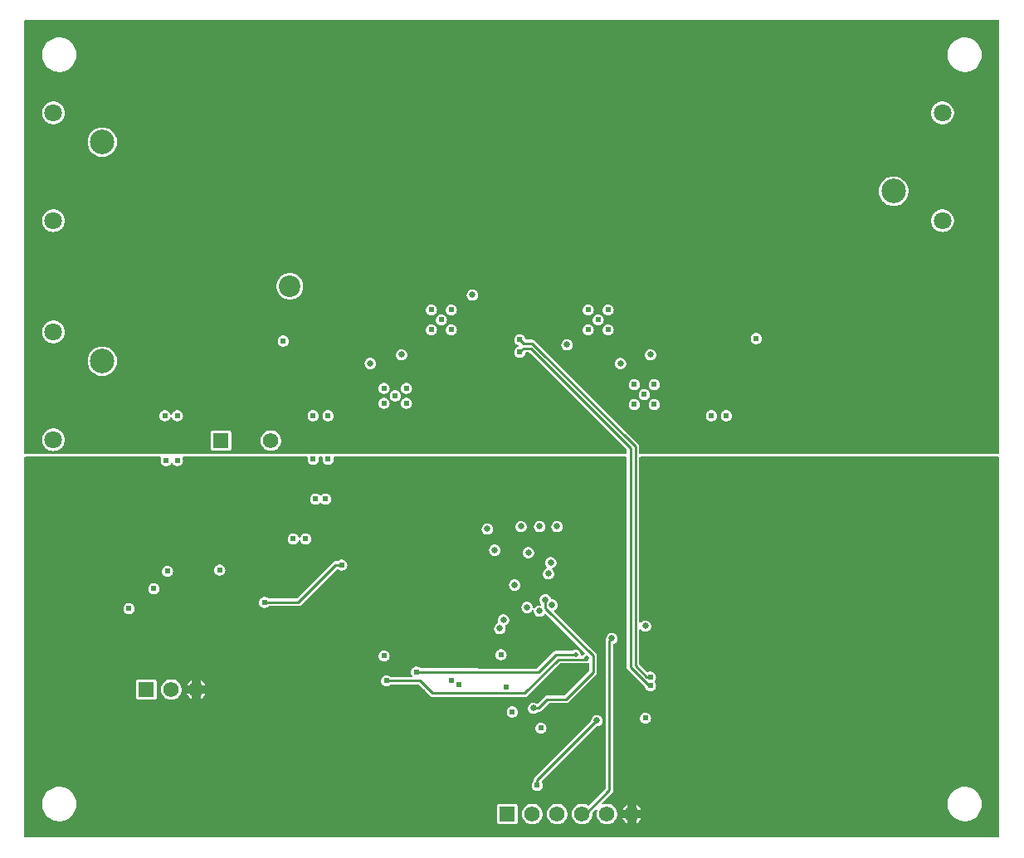
<source format=gbl>
G04 Layer: BottomLayer*
G04 EasyEDA v6.5.37, 2024-09-25 03:55:15*
G04 7e8e10f67f6b4ae2816efe54b0c62c6c,10*
G04 Gerber Generator version 0.2*
G04 Scale: 100 percent, Rotated: No, Reflected: No *
G04 Dimensions in inches *
G04 leading zeros omitted , absolute positions ,3 integer and 6 decimal *
%FSLAX36Y36*%
%MOIN*%

%ADD10C,0.0100*%
%ADD11C,0.0620*%
%ADD12R,0.0620X0.0620*%
%ADD13C,0.0709*%
%ADD14C,0.0984*%
%ADD15C,0.0244*%
%ADD16C,0.0244*%
%ADD17C,0.0244*%
%ADD18C,0.0866*%
%ADD19C,0.0256*%
%ADD20C,0.0197*%
%ADD21C,0.0155*%

%LPD*%
G36*
X14200Y-1755000D02*
G01*
X12660Y-1754700D01*
X11379Y-1753820D01*
X10500Y-1752520D01*
X10200Y-1751000D01*
X10200Y-14200D01*
X10500Y-12660D01*
X11379Y-11379D01*
X12660Y-10500D01*
X14200Y-10200D01*
X3922799Y-10200D01*
X3924320Y-10500D01*
X3925620Y-11379D01*
X3926480Y-12680D01*
X3926800Y-14200D01*
X3925740Y-1751000D01*
X3925440Y-1752520D01*
X3924560Y-1753820D01*
X3923279Y-1754700D01*
X3921740Y-1755000D01*
X2484200Y-1755000D01*
X2482660Y-1754700D01*
X2481380Y-1753820D01*
X2480500Y-1752520D01*
X2480200Y-1751000D01*
X2480200Y-1725200D01*
X2479880Y-1722040D01*
X2479020Y-1719199D01*
X2477620Y-1716560D01*
X2475600Y-1714120D01*
X2060880Y-1299400D01*
X2058440Y-1297380D01*
X2055800Y-1295980D01*
X2052960Y-1295120D01*
X2049800Y-1294800D01*
X2026040Y-1294800D01*
X2024340Y-1294420D01*
X2022960Y-1293340D01*
X2022160Y-1291780D01*
X2021100Y-1287520D01*
X2019540Y-1284079D01*
X2017420Y-1280940D01*
X2014800Y-1278200D01*
X2011740Y-1275940D01*
X2008340Y-1274220D01*
X2004720Y-1273120D01*
X2000960Y-1272620D01*
X1997160Y-1272800D01*
X1993440Y-1273600D01*
X1989920Y-1275000D01*
X1986680Y-1277000D01*
X1983839Y-1279500D01*
X1981440Y-1282460D01*
X1979600Y-1285780D01*
X1978340Y-1289360D01*
X1977700Y-1293100D01*
X1977700Y-1296900D01*
X1978340Y-1300640D01*
X1979600Y-1304220D01*
X1981440Y-1307540D01*
X1983839Y-1310500D01*
X1986680Y-1313000D01*
X1989920Y-1315000D01*
X1993140Y-1316279D01*
X1994460Y-1317140D01*
X1995340Y-1318460D01*
X1995640Y-1320000D01*
X1995340Y-1321540D01*
X1994460Y-1322840D01*
X1993140Y-1323700D01*
X1989920Y-1325000D01*
X1986680Y-1327000D01*
X1983839Y-1329500D01*
X1981440Y-1332460D01*
X1979600Y-1335780D01*
X1978320Y-1339360D01*
X1977680Y-1343100D01*
X1977680Y-1346900D01*
X1978320Y-1350640D01*
X1979600Y-1354220D01*
X1981440Y-1357540D01*
X1983839Y-1360480D01*
X1986680Y-1363000D01*
X1989920Y-1365000D01*
X1993440Y-1366399D01*
X1997160Y-1367200D01*
X2000960Y-1367380D01*
X2004720Y-1366879D01*
X2008340Y-1365780D01*
X2011740Y-1364060D01*
X2014800Y-1361800D01*
X2017420Y-1359060D01*
X2019540Y-1355920D01*
X2021100Y-1352480D01*
X2022160Y-1348220D01*
X2022960Y-1346660D01*
X2024340Y-1345580D01*
X2026040Y-1345200D01*
X2037040Y-1345200D01*
X2038580Y-1345500D01*
X2039880Y-1346380D01*
X2428620Y-1735120D01*
X2429500Y-1736420D01*
X2429800Y-1737960D01*
X2429800Y-1751000D01*
X2429500Y-1752520D01*
X2428620Y-1753820D01*
X2427340Y-1754700D01*
X2425800Y-1755000D01*
X1240840Y-1755000D01*
X1239900Y-1754880D01*
X1238340Y-1754220D01*
X1234720Y-1753120D01*
X1230960Y-1752620D01*
X1227160Y-1752800D01*
X1223440Y-1753600D01*
X1220660Y-1754700D01*
X1219180Y-1755000D01*
X1180840Y-1755000D01*
X1179900Y-1754880D01*
X1178340Y-1754220D01*
X1174720Y-1753120D01*
X1170960Y-1752620D01*
X1167160Y-1752800D01*
X1163440Y-1753600D01*
X1160660Y-1754700D01*
X1159180Y-1755000D01*
G37*

%LPC*%
G36*
X126580Y-1742160D02*
G01*
X132280Y-1741800D01*
X137920Y-1740720D01*
X143360Y-1738940D01*
X148560Y-1736500D01*
X153380Y-1733440D01*
X157800Y-1729780D01*
X161720Y-1725620D01*
X165100Y-1720980D01*
X167860Y-1715960D01*
X169960Y-1710620D01*
X171380Y-1705080D01*
X172100Y-1699400D01*
X172100Y-1693660D01*
X171380Y-1687980D01*
X169960Y-1682420D01*
X167860Y-1677100D01*
X165100Y-1672080D01*
X161720Y-1667440D01*
X157800Y-1663260D01*
X153380Y-1659620D01*
X148560Y-1656540D01*
X143360Y-1654100D01*
X137920Y-1652340D01*
X132280Y-1651260D01*
X126580Y-1650900D01*
X120860Y-1651260D01*
X115220Y-1652340D01*
X109780Y-1654100D01*
X104580Y-1656540D01*
X99760Y-1659620D01*
X95340Y-1663260D01*
X91420Y-1667440D01*
X88040Y-1672080D01*
X85280Y-1677100D01*
X83180Y-1682420D01*
X81760Y-1687980D01*
X81039Y-1693660D01*
X81039Y-1699400D01*
X81760Y-1705080D01*
X83180Y-1710620D01*
X85280Y-1715960D01*
X88040Y-1720980D01*
X91420Y-1725620D01*
X95340Y-1729780D01*
X99760Y-1733440D01*
X104580Y-1736500D01*
X109780Y-1738940D01*
X115220Y-1740720D01*
X120860Y-1741800D01*
G37*
G36*
X1000000Y-1741200D02*
G01*
X1005380Y-1740840D01*
X1010660Y-1739780D01*
X1015759Y-1738060D01*
X1020600Y-1735680D01*
X1025080Y-1732680D01*
X1029120Y-1729120D01*
X1032680Y-1725080D01*
X1035680Y-1720600D01*
X1038060Y-1715760D01*
X1039780Y-1710660D01*
X1040840Y-1705380D01*
X1041200Y-1700000D01*
X1040840Y-1694620D01*
X1039780Y-1689340D01*
X1038060Y-1684240D01*
X1035680Y-1679400D01*
X1032680Y-1674920D01*
X1029120Y-1670880D01*
X1025080Y-1667320D01*
X1020600Y-1664319D01*
X1015759Y-1661940D01*
X1010660Y-1660220D01*
X1005380Y-1659160D01*
X1000000Y-1658800D01*
X994620Y-1659160D01*
X989340Y-1660220D01*
X984240Y-1661940D01*
X979400Y-1664319D01*
X974920Y-1667320D01*
X970879Y-1670880D01*
X967320Y-1674920D01*
X964320Y-1679400D01*
X961940Y-1684240D01*
X960220Y-1689340D01*
X959160Y-1694620D01*
X958800Y-1700000D01*
X959160Y-1705380D01*
X960220Y-1710660D01*
X961940Y-1715760D01*
X964320Y-1720600D01*
X967320Y-1725080D01*
X970879Y-1729120D01*
X974920Y-1732680D01*
X979400Y-1735680D01*
X984240Y-1738060D01*
X989340Y-1739780D01*
X994620Y-1740840D01*
G37*
G36*
X769220Y-1741200D02*
G01*
X830780Y-1741200D01*
X833259Y-1740920D01*
X835420Y-1740160D01*
X837340Y-1738959D01*
X838960Y-1737340D01*
X840160Y-1735420D01*
X840920Y-1733260D01*
X841200Y-1730780D01*
X841200Y-1669220D01*
X840920Y-1666740D01*
X840160Y-1664580D01*
X838960Y-1662660D01*
X837340Y-1661040D01*
X835420Y-1659840D01*
X833259Y-1659079D01*
X830780Y-1658800D01*
X769220Y-1658800D01*
X766740Y-1659079D01*
X764580Y-1659840D01*
X762660Y-1661040D01*
X761040Y-1662660D01*
X759840Y-1664580D01*
X759080Y-1666740D01*
X758800Y-1669220D01*
X758800Y-1730780D01*
X759080Y-1733260D01*
X759840Y-1735420D01*
X761040Y-1737340D01*
X762660Y-1738959D01*
X764580Y-1740160D01*
X766740Y-1740920D01*
G37*
G36*
X1170960Y-1622380D02*
G01*
X1174720Y-1621879D01*
X1178340Y-1620780D01*
X1181740Y-1619060D01*
X1184800Y-1616800D01*
X1187420Y-1614060D01*
X1189540Y-1610920D01*
X1191120Y-1607460D01*
X1192060Y-1603779D01*
X1192400Y-1600000D01*
X1192060Y-1596220D01*
X1191120Y-1592540D01*
X1189540Y-1589079D01*
X1187420Y-1585940D01*
X1184800Y-1583200D01*
X1181740Y-1580940D01*
X1178340Y-1579220D01*
X1174720Y-1578120D01*
X1170960Y-1577620D01*
X1167160Y-1577800D01*
X1163440Y-1578600D01*
X1159920Y-1580000D01*
X1156680Y-1582000D01*
X1153840Y-1584500D01*
X1151440Y-1587460D01*
X1149600Y-1590780D01*
X1148340Y-1594360D01*
X1147700Y-1598100D01*
X1147700Y-1601900D01*
X1148340Y-1605640D01*
X1149600Y-1609220D01*
X1151440Y-1612540D01*
X1153840Y-1615500D01*
X1156680Y-1618000D01*
X1159920Y-1620000D01*
X1163440Y-1621399D01*
X1167160Y-1622200D01*
G37*
G36*
X1230960Y-1622380D02*
G01*
X1234720Y-1621879D01*
X1238340Y-1620780D01*
X1241740Y-1619060D01*
X1244800Y-1616800D01*
X1247420Y-1614060D01*
X1249540Y-1610920D01*
X1251120Y-1607460D01*
X1252060Y-1603779D01*
X1252400Y-1600000D01*
X1252060Y-1596220D01*
X1251120Y-1592540D01*
X1249540Y-1589079D01*
X1247420Y-1585940D01*
X1244800Y-1583200D01*
X1241740Y-1580940D01*
X1238340Y-1579220D01*
X1234720Y-1578120D01*
X1230960Y-1577620D01*
X1227160Y-1577800D01*
X1223440Y-1578600D01*
X1219920Y-1580000D01*
X1216680Y-1582000D01*
X1213840Y-1584500D01*
X1211440Y-1587460D01*
X1209600Y-1590780D01*
X1208340Y-1594360D01*
X1207700Y-1598100D01*
X1207700Y-1601900D01*
X1208340Y-1605640D01*
X1209600Y-1609220D01*
X1211440Y-1612540D01*
X1213840Y-1615500D01*
X1216680Y-1618000D01*
X1219920Y-1620000D01*
X1223440Y-1621399D01*
X1227160Y-1622200D01*
G37*
G36*
X2830960Y-1622380D02*
G01*
X2834720Y-1621879D01*
X2838340Y-1620780D01*
X2841740Y-1619060D01*
X2844800Y-1616800D01*
X2847420Y-1614060D01*
X2849540Y-1610920D01*
X2851120Y-1607460D01*
X2852060Y-1603779D01*
X2852400Y-1600000D01*
X2852060Y-1596220D01*
X2851120Y-1592540D01*
X2849540Y-1589079D01*
X2847420Y-1585940D01*
X2844800Y-1583200D01*
X2841740Y-1580940D01*
X2838340Y-1579220D01*
X2834720Y-1578120D01*
X2830960Y-1577620D01*
X2827160Y-1577800D01*
X2823440Y-1578600D01*
X2819920Y-1580000D01*
X2816680Y-1582000D01*
X2813840Y-1584500D01*
X2811440Y-1587460D01*
X2809600Y-1590780D01*
X2808340Y-1594360D01*
X2807700Y-1598100D01*
X2807700Y-1601900D01*
X2808340Y-1605640D01*
X2809600Y-1609220D01*
X2811440Y-1612540D01*
X2813840Y-1615500D01*
X2816680Y-1618000D01*
X2819920Y-1620000D01*
X2823440Y-1621399D01*
X2827160Y-1622200D01*
G37*
G36*
X2770960Y-1622380D02*
G01*
X2774720Y-1621879D01*
X2778340Y-1620780D01*
X2781740Y-1619060D01*
X2784800Y-1616800D01*
X2787420Y-1614060D01*
X2789540Y-1610920D01*
X2791120Y-1607460D01*
X2792060Y-1603779D01*
X2792400Y-1600000D01*
X2792060Y-1596220D01*
X2791120Y-1592540D01*
X2789540Y-1589079D01*
X2787420Y-1585940D01*
X2784800Y-1583200D01*
X2781740Y-1580940D01*
X2778340Y-1579220D01*
X2774720Y-1578120D01*
X2770960Y-1577620D01*
X2767160Y-1577800D01*
X2763440Y-1578600D01*
X2759920Y-1580000D01*
X2756680Y-1582000D01*
X2753840Y-1584500D01*
X2751440Y-1587460D01*
X2749600Y-1590780D01*
X2748340Y-1594360D01*
X2747700Y-1598100D01*
X2747700Y-1601900D01*
X2748340Y-1605640D01*
X2749600Y-1609220D01*
X2751440Y-1612540D01*
X2753840Y-1615500D01*
X2756680Y-1618000D01*
X2759920Y-1620000D01*
X2763440Y-1621399D01*
X2767160Y-1622200D01*
G37*
G36*
X575960Y-1622380D02*
G01*
X579720Y-1621879D01*
X583340Y-1620780D01*
X586740Y-1619060D01*
X589800Y-1616800D01*
X592420Y-1614060D01*
X594540Y-1610920D01*
X596160Y-1607300D01*
X596920Y-1605780D01*
X598220Y-1604720D01*
X599860Y-1604300D01*
X601520Y-1604580D01*
X602920Y-1605540D01*
X603800Y-1606960D01*
X604600Y-1609240D01*
X606440Y-1612540D01*
X608840Y-1615500D01*
X611680Y-1618020D01*
X614920Y-1620000D01*
X618440Y-1621420D01*
X622160Y-1622220D01*
X625960Y-1622380D01*
X629720Y-1621900D01*
X633340Y-1620780D01*
X636740Y-1619079D01*
X639800Y-1616819D01*
X642420Y-1614079D01*
X644539Y-1610920D01*
X646120Y-1607460D01*
X647060Y-1603800D01*
X647400Y-1600020D01*
X647060Y-1596220D01*
X646120Y-1592560D01*
X644539Y-1589100D01*
X642420Y-1585940D01*
X639800Y-1583200D01*
X636740Y-1580940D01*
X633340Y-1579240D01*
X629720Y-1578120D01*
X625960Y-1577640D01*
X622160Y-1577800D01*
X618440Y-1578600D01*
X614920Y-1580020D01*
X611680Y-1582000D01*
X608840Y-1584520D01*
X606440Y-1587480D01*
X604600Y-1590780D01*
X603800Y-1593040D01*
X602920Y-1594480D01*
X601520Y-1595420D01*
X599860Y-1595700D01*
X598220Y-1595280D01*
X596920Y-1594220D01*
X594540Y-1589079D01*
X592420Y-1585940D01*
X589800Y-1583200D01*
X586740Y-1580940D01*
X583340Y-1579220D01*
X579720Y-1578120D01*
X575960Y-1577620D01*
X572160Y-1577800D01*
X568440Y-1578600D01*
X564920Y-1580000D01*
X561680Y-1582000D01*
X558840Y-1584500D01*
X556440Y-1587460D01*
X554600Y-1590780D01*
X553340Y-1594360D01*
X552700Y-1598100D01*
X552700Y-1601900D01*
X553340Y-1605640D01*
X554600Y-1609220D01*
X556440Y-1612540D01*
X558840Y-1615500D01*
X561680Y-1618000D01*
X564920Y-1620000D01*
X568440Y-1621399D01*
X572160Y-1622200D01*
G37*
G36*
X2540960Y-1577380D02*
G01*
X2544720Y-1576879D01*
X2548340Y-1575780D01*
X2551740Y-1574060D01*
X2554800Y-1571800D01*
X2557420Y-1569060D01*
X2559540Y-1565920D01*
X2561120Y-1562460D01*
X2562060Y-1558779D01*
X2562400Y-1555000D01*
X2562060Y-1551220D01*
X2561120Y-1547540D01*
X2559540Y-1544079D01*
X2557420Y-1540940D01*
X2554800Y-1538200D01*
X2551740Y-1535940D01*
X2548340Y-1534220D01*
X2544720Y-1533120D01*
X2540960Y-1532620D01*
X2537160Y-1532800D01*
X2533440Y-1533600D01*
X2529920Y-1535000D01*
X2526680Y-1537000D01*
X2523840Y-1539500D01*
X2521440Y-1542460D01*
X2519600Y-1545780D01*
X2518340Y-1549360D01*
X2517700Y-1553100D01*
X2517700Y-1556900D01*
X2518340Y-1560640D01*
X2519600Y-1564220D01*
X2521440Y-1567540D01*
X2523840Y-1570500D01*
X2526680Y-1573000D01*
X2529920Y-1575000D01*
X2533440Y-1576399D01*
X2537160Y-1577200D01*
G37*
G36*
X2460960Y-1577380D02*
G01*
X2464720Y-1576879D01*
X2468340Y-1575780D01*
X2471740Y-1574060D01*
X2474800Y-1571800D01*
X2477420Y-1569060D01*
X2479540Y-1565920D01*
X2481120Y-1562460D01*
X2482060Y-1558779D01*
X2482400Y-1555000D01*
X2482060Y-1551220D01*
X2481120Y-1547540D01*
X2479540Y-1544079D01*
X2477420Y-1540940D01*
X2474800Y-1538200D01*
X2471740Y-1535940D01*
X2468340Y-1534220D01*
X2464720Y-1533120D01*
X2460960Y-1532620D01*
X2457160Y-1532800D01*
X2453440Y-1533600D01*
X2449920Y-1535000D01*
X2446680Y-1537000D01*
X2443840Y-1539500D01*
X2441440Y-1542460D01*
X2439600Y-1545780D01*
X2438340Y-1549360D01*
X2437700Y-1553100D01*
X2437700Y-1556900D01*
X2438340Y-1560640D01*
X2439600Y-1564220D01*
X2441440Y-1567540D01*
X2443840Y-1570500D01*
X2446680Y-1573000D01*
X2449920Y-1575000D01*
X2453440Y-1576399D01*
X2457160Y-1577200D01*
G37*
G36*
X1545940Y-1572360D02*
G01*
X1549720Y-1571879D01*
X1553340Y-1570780D01*
X1556740Y-1569060D01*
X1559780Y-1566800D01*
X1562420Y-1564060D01*
X1564540Y-1560920D01*
X1566100Y-1557460D01*
X1567060Y-1553779D01*
X1567380Y-1550000D01*
X1567060Y-1546220D01*
X1566100Y-1542540D01*
X1564540Y-1539079D01*
X1562420Y-1535920D01*
X1559780Y-1533180D01*
X1556740Y-1530920D01*
X1553340Y-1529220D01*
X1549720Y-1528100D01*
X1545940Y-1527620D01*
X1542160Y-1527780D01*
X1538440Y-1528580D01*
X1534920Y-1530000D01*
X1531680Y-1532000D01*
X1528839Y-1534500D01*
X1526440Y-1537460D01*
X1524600Y-1540780D01*
X1523320Y-1544360D01*
X1522680Y-1548100D01*
X1522680Y-1551900D01*
X1523320Y-1555640D01*
X1524600Y-1559220D01*
X1526440Y-1562540D01*
X1528839Y-1565480D01*
X1531680Y-1568000D01*
X1534920Y-1569980D01*
X1538440Y-1571399D01*
X1542160Y-1572200D01*
G37*
G36*
X1455940Y-1572360D02*
G01*
X1459720Y-1571879D01*
X1463340Y-1570780D01*
X1466740Y-1569060D01*
X1469780Y-1566800D01*
X1472420Y-1564060D01*
X1474540Y-1560920D01*
X1476100Y-1557460D01*
X1477060Y-1553779D01*
X1477380Y-1550000D01*
X1477060Y-1546220D01*
X1476100Y-1542540D01*
X1474540Y-1539079D01*
X1472420Y-1535920D01*
X1469780Y-1533180D01*
X1466740Y-1530920D01*
X1463340Y-1529220D01*
X1459720Y-1528100D01*
X1455940Y-1527620D01*
X1452160Y-1527780D01*
X1448440Y-1528580D01*
X1444920Y-1530000D01*
X1441680Y-1532000D01*
X1438839Y-1534500D01*
X1436440Y-1537460D01*
X1434600Y-1540780D01*
X1433320Y-1544360D01*
X1432680Y-1548100D01*
X1432680Y-1551900D01*
X1433320Y-1555640D01*
X1434600Y-1559220D01*
X1436440Y-1562540D01*
X1438839Y-1565480D01*
X1441680Y-1568000D01*
X1444920Y-1569980D01*
X1448440Y-1571399D01*
X1452160Y-1572200D01*
G37*
G36*
X1500940Y-1542360D02*
G01*
X1504720Y-1541879D01*
X1508340Y-1540780D01*
X1511740Y-1539060D01*
X1514780Y-1536800D01*
X1517420Y-1534060D01*
X1519540Y-1530920D01*
X1521100Y-1527460D01*
X1522060Y-1523779D01*
X1522380Y-1520000D01*
X1522060Y-1516220D01*
X1521100Y-1512540D01*
X1519540Y-1509079D01*
X1517420Y-1505920D01*
X1514780Y-1503180D01*
X1511740Y-1500920D01*
X1508340Y-1499220D01*
X1504720Y-1498100D01*
X1500940Y-1497620D01*
X1497160Y-1497780D01*
X1493440Y-1498580D01*
X1489920Y-1500000D01*
X1486680Y-1502000D01*
X1483839Y-1504500D01*
X1481440Y-1507460D01*
X1479600Y-1510780D01*
X1478320Y-1514360D01*
X1477680Y-1518100D01*
X1477680Y-1521900D01*
X1478320Y-1525640D01*
X1479600Y-1529220D01*
X1481440Y-1532540D01*
X1483839Y-1535480D01*
X1486680Y-1538000D01*
X1489920Y-1539980D01*
X1493440Y-1541399D01*
X1497160Y-1542200D01*
G37*
G36*
X2500960Y-1537380D02*
G01*
X2504720Y-1536879D01*
X2508340Y-1535780D01*
X2511740Y-1534060D01*
X2514800Y-1531800D01*
X2517420Y-1529060D01*
X2519540Y-1525920D01*
X2521120Y-1522460D01*
X2522060Y-1518779D01*
X2522400Y-1515000D01*
X2522060Y-1511220D01*
X2521120Y-1507540D01*
X2519540Y-1504079D01*
X2517420Y-1500940D01*
X2514800Y-1498200D01*
X2511740Y-1495940D01*
X2508340Y-1494220D01*
X2504720Y-1493120D01*
X2500960Y-1492620D01*
X2497160Y-1492800D01*
X2493440Y-1493600D01*
X2489920Y-1495000D01*
X2486680Y-1497000D01*
X2483840Y-1499500D01*
X2481440Y-1502460D01*
X2479600Y-1505780D01*
X2478340Y-1509360D01*
X2477700Y-1513100D01*
X2477700Y-1516900D01*
X2478340Y-1520640D01*
X2479600Y-1524220D01*
X2481440Y-1527540D01*
X2483840Y-1530500D01*
X2486680Y-1533000D01*
X2489920Y-1535000D01*
X2493440Y-1536399D01*
X2497160Y-1537200D01*
G37*
G36*
X1455940Y-1512360D02*
G01*
X1459720Y-1511879D01*
X1463340Y-1510780D01*
X1466740Y-1509060D01*
X1469780Y-1506800D01*
X1472420Y-1504060D01*
X1474540Y-1500920D01*
X1476100Y-1497460D01*
X1477060Y-1493779D01*
X1477380Y-1490000D01*
X1477060Y-1486220D01*
X1476100Y-1482540D01*
X1474540Y-1479079D01*
X1472420Y-1475920D01*
X1469780Y-1473180D01*
X1466740Y-1470920D01*
X1463340Y-1469220D01*
X1459720Y-1468100D01*
X1455940Y-1467620D01*
X1452160Y-1467780D01*
X1448440Y-1468580D01*
X1444920Y-1470000D01*
X1441680Y-1472000D01*
X1438839Y-1474500D01*
X1436440Y-1477460D01*
X1434600Y-1480780D01*
X1433320Y-1484360D01*
X1432680Y-1488100D01*
X1432680Y-1491900D01*
X1433320Y-1495640D01*
X1434600Y-1499220D01*
X1436440Y-1502540D01*
X1438839Y-1505480D01*
X1441680Y-1508000D01*
X1444920Y-1509980D01*
X1448440Y-1511399D01*
X1452160Y-1512200D01*
G37*
G36*
X1545940Y-1512360D02*
G01*
X1549720Y-1511879D01*
X1553340Y-1510780D01*
X1556740Y-1509060D01*
X1559780Y-1506800D01*
X1562420Y-1504060D01*
X1564540Y-1500920D01*
X1566100Y-1497460D01*
X1567060Y-1493779D01*
X1567380Y-1490000D01*
X1567060Y-1486220D01*
X1566100Y-1482540D01*
X1564540Y-1479079D01*
X1562420Y-1475920D01*
X1559780Y-1473180D01*
X1556740Y-1470920D01*
X1553340Y-1469220D01*
X1549720Y-1468100D01*
X1545940Y-1467620D01*
X1542160Y-1467780D01*
X1538440Y-1468580D01*
X1534920Y-1470000D01*
X1531680Y-1472000D01*
X1528839Y-1474500D01*
X1526440Y-1477460D01*
X1524600Y-1480780D01*
X1523320Y-1484360D01*
X1522680Y-1488100D01*
X1522680Y-1491900D01*
X1523320Y-1495640D01*
X1524600Y-1499220D01*
X1526440Y-1502540D01*
X1528839Y-1505480D01*
X1531680Y-1508000D01*
X1534920Y-1509980D01*
X1538440Y-1511399D01*
X1542160Y-1512200D01*
G37*
G36*
X2460960Y-1497380D02*
G01*
X2464720Y-1496879D01*
X2468340Y-1495780D01*
X2471740Y-1494060D01*
X2474800Y-1491800D01*
X2477420Y-1489060D01*
X2479540Y-1485920D01*
X2481120Y-1482460D01*
X2482060Y-1478779D01*
X2482400Y-1475000D01*
X2482060Y-1471220D01*
X2481120Y-1467540D01*
X2479540Y-1464079D01*
X2477420Y-1460940D01*
X2474800Y-1458200D01*
X2471740Y-1455940D01*
X2468340Y-1454220D01*
X2464720Y-1453120D01*
X2460960Y-1452620D01*
X2457160Y-1452800D01*
X2453440Y-1453600D01*
X2449920Y-1455000D01*
X2446680Y-1457000D01*
X2443840Y-1459500D01*
X2441440Y-1462460D01*
X2439600Y-1465780D01*
X2438340Y-1469360D01*
X2437700Y-1473100D01*
X2437700Y-1476900D01*
X2438340Y-1480640D01*
X2439600Y-1484220D01*
X2441440Y-1487540D01*
X2443840Y-1490500D01*
X2446680Y-1493000D01*
X2449920Y-1495000D01*
X2453440Y-1496399D01*
X2457160Y-1497200D01*
G37*
G36*
X2540960Y-1497380D02*
G01*
X2544720Y-1496879D01*
X2548340Y-1495780D01*
X2551740Y-1494060D01*
X2554800Y-1491800D01*
X2557420Y-1489060D01*
X2559540Y-1485920D01*
X2561120Y-1482460D01*
X2562060Y-1478779D01*
X2562400Y-1475000D01*
X2562060Y-1471220D01*
X2561120Y-1467540D01*
X2559540Y-1464079D01*
X2557420Y-1460940D01*
X2554800Y-1458200D01*
X2551740Y-1455940D01*
X2548340Y-1454220D01*
X2544720Y-1453120D01*
X2540960Y-1452620D01*
X2537160Y-1452800D01*
X2533440Y-1453600D01*
X2529920Y-1455000D01*
X2526680Y-1457000D01*
X2523840Y-1459500D01*
X2521440Y-1462460D01*
X2519600Y-1465780D01*
X2518340Y-1469360D01*
X2517700Y-1473100D01*
X2517700Y-1476900D01*
X2518340Y-1480640D01*
X2519600Y-1484220D01*
X2521440Y-1487540D01*
X2523840Y-1490500D01*
X2526680Y-1493000D01*
X2529920Y-1495000D01*
X2533440Y-1496399D01*
X2537160Y-1497200D01*
G37*
G36*
X323420Y-1440980D02*
G01*
X330080Y-1440600D01*
X336640Y-1439480D01*
X343040Y-1437640D01*
X349200Y-1435100D01*
X355020Y-1431860D01*
X360460Y-1428020D01*
X365420Y-1423580D01*
X369860Y-1418600D01*
X373720Y-1413180D01*
X376940Y-1407340D01*
X379500Y-1401180D01*
X381340Y-1394780D01*
X382460Y-1388220D01*
X382819Y-1381560D01*
X382460Y-1374920D01*
X381340Y-1368340D01*
X379500Y-1361940D01*
X376940Y-1355800D01*
X373720Y-1349960D01*
X369860Y-1344520D01*
X365420Y-1339560D01*
X360460Y-1335120D01*
X355020Y-1331260D01*
X349200Y-1328040D01*
X343040Y-1325500D01*
X336640Y-1323660D01*
X330080Y-1322540D01*
X323420Y-1322160D01*
X316760Y-1322540D01*
X310200Y-1323660D01*
X303800Y-1325500D01*
X297640Y-1328040D01*
X291820Y-1331260D01*
X286380Y-1335120D01*
X281420Y-1339560D01*
X276980Y-1344520D01*
X273120Y-1349960D01*
X269900Y-1355800D01*
X267340Y-1361940D01*
X265500Y-1368340D01*
X264380Y-1374920D01*
X264020Y-1381560D01*
X264380Y-1388220D01*
X265500Y-1394780D01*
X267340Y-1401180D01*
X269900Y-1407340D01*
X273120Y-1413180D01*
X276980Y-1418600D01*
X281420Y-1423580D01*
X286380Y-1428020D01*
X291820Y-1431860D01*
X297640Y-1435100D01*
X303800Y-1437640D01*
X310200Y-1439480D01*
X316760Y-1440600D01*
G37*
G36*
X1400980Y-1412960D02*
G01*
X1404840Y-1412460D01*
X1408560Y-1411320D01*
X1412040Y-1409560D01*
X1415180Y-1407260D01*
X1417880Y-1404440D01*
X1420060Y-1401200D01*
X1421660Y-1397660D01*
X1422660Y-1393880D01*
X1422980Y-1390000D01*
X1422660Y-1386120D01*
X1421660Y-1382340D01*
X1420060Y-1378800D01*
X1417880Y-1375560D01*
X1415180Y-1372740D01*
X1412040Y-1370440D01*
X1408560Y-1368680D01*
X1404840Y-1367540D01*
X1400980Y-1367040D01*
X1397080Y-1367200D01*
X1393280Y-1368020D01*
X1389660Y-1369480D01*
X1386339Y-1371519D01*
X1383400Y-1374100D01*
X1380960Y-1377140D01*
X1379060Y-1380540D01*
X1377760Y-1384199D01*
X1377100Y-1388060D01*
X1377100Y-1391940D01*
X1377760Y-1395800D01*
X1379060Y-1399460D01*
X1380960Y-1402860D01*
X1383400Y-1405900D01*
X1386339Y-1408480D01*
X1389660Y-1410520D01*
X1393280Y-1411980D01*
X1397080Y-1412800D01*
G37*
G36*
X2405980Y-1412960D02*
G01*
X2409840Y-1412460D01*
X2413560Y-1411320D01*
X2417040Y-1409560D01*
X2420180Y-1407260D01*
X2422880Y-1404440D01*
X2425060Y-1401200D01*
X2426660Y-1397660D01*
X2427660Y-1393880D01*
X2427980Y-1390000D01*
X2427660Y-1386120D01*
X2426660Y-1382340D01*
X2425060Y-1378800D01*
X2422880Y-1375560D01*
X2420180Y-1372740D01*
X2417040Y-1370440D01*
X2413560Y-1368680D01*
X2409840Y-1367540D01*
X2405980Y-1367040D01*
X2402080Y-1367200D01*
X2398280Y-1368020D01*
X2394660Y-1369480D01*
X2391340Y-1371519D01*
X2388400Y-1374100D01*
X2385960Y-1377140D01*
X2384060Y-1380540D01*
X2382760Y-1384199D01*
X2382100Y-1388060D01*
X2382100Y-1391940D01*
X2382760Y-1395800D01*
X2384060Y-1399460D01*
X2385960Y-1402860D01*
X2388400Y-1405900D01*
X2391340Y-1408480D01*
X2394660Y-1410520D01*
X2398280Y-1411980D01*
X2402080Y-1412800D01*
G37*
G36*
X2525980Y-1377960D02*
G01*
X2529840Y-1377460D01*
X2533560Y-1376320D01*
X2537040Y-1374560D01*
X2540180Y-1372260D01*
X2542880Y-1369440D01*
X2545060Y-1366200D01*
X2546660Y-1362660D01*
X2547660Y-1358880D01*
X2547980Y-1355000D01*
X2547660Y-1351120D01*
X2546660Y-1347340D01*
X2545060Y-1343800D01*
X2542880Y-1340560D01*
X2540180Y-1337740D01*
X2537040Y-1335440D01*
X2533560Y-1333680D01*
X2529840Y-1332540D01*
X2525980Y-1332040D01*
X2522080Y-1332200D01*
X2518280Y-1333020D01*
X2514660Y-1334480D01*
X2511340Y-1336519D01*
X2508400Y-1339100D01*
X2505960Y-1342140D01*
X2504060Y-1345540D01*
X2502760Y-1349199D01*
X2502100Y-1353060D01*
X2502100Y-1356940D01*
X2502760Y-1360800D01*
X2504060Y-1364460D01*
X2505960Y-1367860D01*
X2508400Y-1370900D01*
X2511340Y-1373480D01*
X2514660Y-1375520D01*
X2518280Y-1376980D01*
X2522080Y-1377800D01*
G37*
G36*
X1525980Y-1377960D02*
G01*
X1529840Y-1377460D01*
X1533560Y-1376320D01*
X1537040Y-1374560D01*
X1540180Y-1372260D01*
X1542880Y-1369440D01*
X1545060Y-1366200D01*
X1546660Y-1362660D01*
X1547660Y-1358880D01*
X1547980Y-1355000D01*
X1547660Y-1351120D01*
X1546660Y-1347340D01*
X1545060Y-1343800D01*
X1542880Y-1340560D01*
X1540180Y-1337740D01*
X1537040Y-1335440D01*
X1533560Y-1333680D01*
X1529840Y-1332540D01*
X1525980Y-1332040D01*
X1522080Y-1332200D01*
X1518280Y-1333020D01*
X1514660Y-1334480D01*
X1511339Y-1336519D01*
X1508400Y-1339100D01*
X1505960Y-1342140D01*
X1504060Y-1345540D01*
X1502760Y-1349199D01*
X1502100Y-1353060D01*
X1502100Y-1356940D01*
X1502760Y-1360800D01*
X1504060Y-1364460D01*
X1505960Y-1367860D01*
X1508400Y-1370900D01*
X1511339Y-1373480D01*
X1514660Y-1375520D01*
X1518280Y-1376980D01*
X1522080Y-1377800D01*
G37*
G36*
X2190980Y-1337960D02*
G01*
X2194840Y-1337460D01*
X2198560Y-1336320D01*
X2202040Y-1334560D01*
X2205180Y-1332260D01*
X2207880Y-1329440D01*
X2210060Y-1326200D01*
X2211660Y-1322660D01*
X2212660Y-1318880D01*
X2212980Y-1315000D01*
X2212660Y-1311120D01*
X2211660Y-1307340D01*
X2210060Y-1303800D01*
X2207880Y-1300560D01*
X2205180Y-1297740D01*
X2202040Y-1295440D01*
X2198560Y-1293680D01*
X2194840Y-1292540D01*
X2190980Y-1292040D01*
X2187080Y-1292200D01*
X2183280Y-1293020D01*
X2179660Y-1294480D01*
X2176340Y-1296519D01*
X2173400Y-1299100D01*
X2170960Y-1302140D01*
X2169060Y-1305540D01*
X2167760Y-1309199D01*
X2167100Y-1313060D01*
X2167100Y-1316940D01*
X2167760Y-1320800D01*
X2169060Y-1324460D01*
X2170960Y-1327860D01*
X2173400Y-1330900D01*
X2176340Y-1333480D01*
X2179660Y-1335520D01*
X2183280Y-1336980D01*
X2187080Y-1337800D01*
G37*
G36*
X1050960Y-1322380D02*
G01*
X1054720Y-1321879D01*
X1058340Y-1320780D01*
X1061740Y-1319060D01*
X1064800Y-1316800D01*
X1067420Y-1314060D01*
X1069540Y-1310920D01*
X1071120Y-1307460D01*
X1072060Y-1303779D01*
X1072400Y-1300000D01*
X1072060Y-1296220D01*
X1071120Y-1292540D01*
X1069540Y-1289079D01*
X1067420Y-1285940D01*
X1064800Y-1283200D01*
X1061740Y-1280940D01*
X1058340Y-1279220D01*
X1054720Y-1278120D01*
X1050960Y-1277620D01*
X1047159Y-1277800D01*
X1043439Y-1278600D01*
X1039920Y-1280000D01*
X1036680Y-1282000D01*
X1033840Y-1284500D01*
X1031440Y-1287460D01*
X1029599Y-1290780D01*
X1028340Y-1294360D01*
X1027700Y-1298100D01*
X1027700Y-1301900D01*
X1028340Y-1305640D01*
X1029599Y-1309220D01*
X1031440Y-1312540D01*
X1033840Y-1315500D01*
X1036680Y-1318000D01*
X1039920Y-1320000D01*
X1043439Y-1321399D01*
X1047159Y-1322200D01*
G37*
G36*
X2950960Y-1312380D02*
G01*
X2954720Y-1311879D01*
X2958340Y-1310780D01*
X2961740Y-1309060D01*
X2964800Y-1306800D01*
X2967420Y-1304060D01*
X2969540Y-1300920D01*
X2971120Y-1297460D01*
X2972060Y-1293779D01*
X2972400Y-1290000D01*
X2972060Y-1286220D01*
X2971120Y-1282540D01*
X2969540Y-1279080D01*
X2967420Y-1275940D01*
X2964800Y-1273200D01*
X2961740Y-1270940D01*
X2958340Y-1269220D01*
X2954720Y-1268120D01*
X2950960Y-1267620D01*
X2947160Y-1267800D01*
X2943440Y-1268600D01*
X2939920Y-1270000D01*
X2936680Y-1272000D01*
X2933840Y-1274500D01*
X2931440Y-1277460D01*
X2929600Y-1280780D01*
X2928340Y-1284360D01*
X2927700Y-1288100D01*
X2927700Y-1291900D01*
X2928340Y-1295640D01*
X2929600Y-1299220D01*
X2931440Y-1302540D01*
X2933840Y-1305500D01*
X2936680Y-1308000D01*
X2939920Y-1310000D01*
X2943440Y-1311399D01*
X2947160Y-1312200D01*
G37*
G36*
X126580Y-1309079D02*
G01*
X132280Y-1308720D01*
X137920Y-1307640D01*
X143360Y-1305880D01*
X148560Y-1303440D01*
X153380Y-1300360D01*
X157800Y-1296720D01*
X161720Y-1292540D01*
X165100Y-1287900D01*
X167860Y-1282880D01*
X169960Y-1277560D01*
X171380Y-1272000D01*
X172100Y-1266320D01*
X172100Y-1260600D01*
X171380Y-1254900D01*
X169960Y-1249360D01*
X167860Y-1244040D01*
X165100Y-1239020D01*
X161720Y-1234380D01*
X157800Y-1230200D01*
X153380Y-1226540D01*
X148560Y-1223480D01*
X143360Y-1221040D01*
X137920Y-1219260D01*
X132280Y-1218200D01*
X126580Y-1217840D01*
X120860Y-1218200D01*
X115220Y-1219260D01*
X109780Y-1221040D01*
X104580Y-1223480D01*
X99760Y-1226540D01*
X95340Y-1230200D01*
X91420Y-1234380D01*
X88040Y-1239020D01*
X85280Y-1244040D01*
X83180Y-1249360D01*
X81760Y-1254900D01*
X81039Y-1260600D01*
X81039Y-1266320D01*
X81760Y-1272000D01*
X83180Y-1277560D01*
X85280Y-1282880D01*
X88040Y-1287900D01*
X91420Y-1292540D01*
X95340Y-1296720D01*
X99760Y-1300360D01*
X104580Y-1303440D01*
X109780Y-1305880D01*
X115220Y-1307640D01*
X120860Y-1308720D01*
G37*
G36*
X2355960Y-1277380D02*
G01*
X2359720Y-1276880D01*
X2363340Y-1275780D01*
X2366740Y-1274060D01*
X2369800Y-1271800D01*
X2372420Y-1269060D01*
X2374540Y-1265920D01*
X2376120Y-1262460D01*
X2377060Y-1258780D01*
X2377400Y-1255000D01*
X2377060Y-1251220D01*
X2376120Y-1247540D01*
X2374540Y-1244080D01*
X2372420Y-1240940D01*
X2369800Y-1238200D01*
X2366740Y-1235940D01*
X2363340Y-1234220D01*
X2359720Y-1233120D01*
X2355960Y-1232620D01*
X2352160Y-1232800D01*
X2348440Y-1233600D01*
X2344920Y-1235000D01*
X2341680Y-1237000D01*
X2338840Y-1239500D01*
X2336440Y-1242460D01*
X2334600Y-1245780D01*
X2333340Y-1249360D01*
X2332700Y-1253100D01*
X2332700Y-1256900D01*
X2333340Y-1260640D01*
X2334600Y-1264220D01*
X2336440Y-1267540D01*
X2338840Y-1270500D01*
X2341680Y-1273000D01*
X2344920Y-1275000D01*
X2348440Y-1276400D01*
X2352160Y-1277200D01*
G37*
G36*
X2275960Y-1277380D02*
G01*
X2279720Y-1276880D01*
X2283340Y-1275780D01*
X2286740Y-1274060D01*
X2289800Y-1271800D01*
X2292420Y-1269060D01*
X2294540Y-1265920D01*
X2296120Y-1262460D01*
X2297060Y-1258780D01*
X2297400Y-1255000D01*
X2297060Y-1251220D01*
X2296120Y-1247540D01*
X2294540Y-1244080D01*
X2292420Y-1240940D01*
X2289800Y-1238200D01*
X2286740Y-1235940D01*
X2283340Y-1234220D01*
X2279720Y-1233120D01*
X2275960Y-1232620D01*
X2272160Y-1232800D01*
X2268440Y-1233600D01*
X2264920Y-1235000D01*
X2261680Y-1237000D01*
X2258840Y-1239500D01*
X2256440Y-1242460D01*
X2254600Y-1245780D01*
X2253340Y-1249360D01*
X2252700Y-1253100D01*
X2252700Y-1256900D01*
X2253340Y-1260640D01*
X2254600Y-1264220D01*
X2256440Y-1267540D01*
X2258840Y-1270500D01*
X2261680Y-1273000D01*
X2264920Y-1275000D01*
X2268440Y-1276400D01*
X2272160Y-1277200D01*
G37*
G36*
X1645940Y-1277360D02*
G01*
X1649720Y-1276880D01*
X1653340Y-1275780D01*
X1656740Y-1274060D01*
X1659780Y-1271800D01*
X1662420Y-1269060D01*
X1664540Y-1265920D01*
X1666100Y-1262460D01*
X1667060Y-1258780D01*
X1667380Y-1255000D01*
X1667060Y-1251220D01*
X1666100Y-1247540D01*
X1664540Y-1244080D01*
X1662420Y-1240920D01*
X1659780Y-1238180D01*
X1656740Y-1235920D01*
X1653340Y-1234220D01*
X1649720Y-1233100D01*
X1645940Y-1232620D01*
X1642160Y-1232780D01*
X1638440Y-1233580D01*
X1634920Y-1235000D01*
X1631680Y-1237000D01*
X1628839Y-1239500D01*
X1626440Y-1242460D01*
X1624600Y-1245780D01*
X1623320Y-1249360D01*
X1622680Y-1253100D01*
X1622680Y-1256900D01*
X1623320Y-1260640D01*
X1624600Y-1264220D01*
X1626440Y-1267540D01*
X1628839Y-1270480D01*
X1631680Y-1273000D01*
X1634920Y-1274980D01*
X1638440Y-1276400D01*
X1642160Y-1277200D01*
G37*
G36*
X1725940Y-1277360D02*
G01*
X1729720Y-1276880D01*
X1733340Y-1275780D01*
X1736740Y-1274060D01*
X1739780Y-1271800D01*
X1742420Y-1269060D01*
X1744540Y-1265920D01*
X1746100Y-1262460D01*
X1747060Y-1258780D01*
X1747380Y-1255000D01*
X1747060Y-1251220D01*
X1746100Y-1247540D01*
X1744540Y-1244080D01*
X1742420Y-1240920D01*
X1739780Y-1238180D01*
X1736740Y-1235920D01*
X1733340Y-1234220D01*
X1729720Y-1233100D01*
X1725940Y-1232620D01*
X1722160Y-1232780D01*
X1718440Y-1233580D01*
X1714920Y-1235000D01*
X1711680Y-1237000D01*
X1708839Y-1239500D01*
X1706440Y-1242460D01*
X1704600Y-1245780D01*
X1703320Y-1249360D01*
X1702680Y-1253100D01*
X1702680Y-1256900D01*
X1703320Y-1260640D01*
X1704600Y-1264220D01*
X1706440Y-1267540D01*
X1708839Y-1270480D01*
X1711680Y-1273000D01*
X1714920Y-1274980D01*
X1718440Y-1276400D01*
X1722160Y-1277200D01*
G37*
G36*
X2315960Y-1237380D02*
G01*
X2319720Y-1236880D01*
X2323340Y-1235780D01*
X2326740Y-1234060D01*
X2329800Y-1231800D01*
X2332420Y-1229060D01*
X2334540Y-1225920D01*
X2336120Y-1222460D01*
X2337060Y-1218780D01*
X2337400Y-1215000D01*
X2337060Y-1211220D01*
X2336120Y-1207540D01*
X2334540Y-1204080D01*
X2332420Y-1200940D01*
X2329800Y-1198200D01*
X2326740Y-1195940D01*
X2323340Y-1194220D01*
X2319720Y-1193120D01*
X2315960Y-1192620D01*
X2312160Y-1192800D01*
X2308440Y-1193600D01*
X2304920Y-1195000D01*
X2301680Y-1197000D01*
X2298840Y-1199500D01*
X2296440Y-1202460D01*
X2294600Y-1205780D01*
X2293340Y-1209360D01*
X2292700Y-1213100D01*
X2292700Y-1216900D01*
X2293340Y-1220640D01*
X2294600Y-1224220D01*
X2296440Y-1227540D01*
X2298840Y-1230500D01*
X2301680Y-1233000D01*
X2304920Y-1235000D01*
X2308440Y-1236400D01*
X2312160Y-1237200D01*
G37*
G36*
X1685940Y-1237360D02*
G01*
X1689720Y-1236880D01*
X1693340Y-1235780D01*
X1696740Y-1234060D01*
X1699780Y-1231800D01*
X1702420Y-1229060D01*
X1704540Y-1225920D01*
X1706100Y-1222460D01*
X1707060Y-1218780D01*
X1707380Y-1215000D01*
X1707060Y-1211220D01*
X1706100Y-1207540D01*
X1704540Y-1204080D01*
X1702420Y-1200920D01*
X1699780Y-1198180D01*
X1696740Y-1195920D01*
X1693340Y-1194220D01*
X1689720Y-1193100D01*
X1685940Y-1192620D01*
X1682160Y-1192780D01*
X1678440Y-1193580D01*
X1674920Y-1195000D01*
X1671680Y-1197000D01*
X1668839Y-1199500D01*
X1666440Y-1202460D01*
X1664600Y-1205780D01*
X1663320Y-1209360D01*
X1662680Y-1213100D01*
X1662680Y-1216900D01*
X1663320Y-1220640D01*
X1664600Y-1224220D01*
X1666440Y-1227540D01*
X1668839Y-1230480D01*
X1671680Y-1233000D01*
X1674920Y-1234980D01*
X1678440Y-1236400D01*
X1682160Y-1237200D01*
G37*
G36*
X2275960Y-1197380D02*
G01*
X2279720Y-1196880D01*
X2283340Y-1195780D01*
X2286740Y-1194060D01*
X2289800Y-1191800D01*
X2292420Y-1189060D01*
X2294540Y-1185920D01*
X2296120Y-1182460D01*
X2297060Y-1178780D01*
X2297400Y-1175000D01*
X2297060Y-1171220D01*
X2296120Y-1167540D01*
X2294540Y-1164080D01*
X2292420Y-1160940D01*
X2289800Y-1158200D01*
X2286740Y-1155940D01*
X2283340Y-1154220D01*
X2279720Y-1153120D01*
X2275960Y-1152620D01*
X2272160Y-1152800D01*
X2268440Y-1153600D01*
X2264920Y-1155000D01*
X2261680Y-1157000D01*
X2258840Y-1159500D01*
X2256440Y-1162460D01*
X2254600Y-1165780D01*
X2253340Y-1169360D01*
X2252700Y-1173100D01*
X2252700Y-1176900D01*
X2253340Y-1180640D01*
X2254600Y-1184220D01*
X2256440Y-1187540D01*
X2258840Y-1190500D01*
X2261680Y-1193000D01*
X2264920Y-1195000D01*
X2268440Y-1196400D01*
X2272160Y-1197200D01*
G37*
G36*
X2355960Y-1197380D02*
G01*
X2359720Y-1196880D01*
X2363340Y-1195780D01*
X2366740Y-1194060D01*
X2369800Y-1191800D01*
X2372420Y-1189060D01*
X2374540Y-1185920D01*
X2376120Y-1182460D01*
X2377060Y-1178780D01*
X2377400Y-1175000D01*
X2377060Y-1171220D01*
X2376120Y-1167540D01*
X2374540Y-1164080D01*
X2372420Y-1160940D01*
X2369800Y-1158200D01*
X2366740Y-1155940D01*
X2363340Y-1154220D01*
X2359720Y-1153120D01*
X2355960Y-1152620D01*
X2352160Y-1152800D01*
X2348440Y-1153600D01*
X2344920Y-1155000D01*
X2341680Y-1157000D01*
X2338840Y-1159500D01*
X2336440Y-1162460D01*
X2334600Y-1165780D01*
X2333340Y-1169360D01*
X2332700Y-1173100D01*
X2332700Y-1176900D01*
X2333340Y-1180640D01*
X2334600Y-1184220D01*
X2336440Y-1187540D01*
X2338840Y-1190500D01*
X2341680Y-1193000D01*
X2344920Y-1195000D01*
X2348440Y-1196400D01*
X2352160Y-1197200D01*
G37*
G36*
X1725940Y-1197360D02*
G01*
X1729720Y-1196880D01*
X1733340Y-1195780D01*
X1736740Y-1194060D01*
X1739780Y-1191800D01*
X1742420Y-1189060D01*
X1744540Y-1185920D01*
X1746100Y-1182460D01*
X1747060Y-1178780D01*
X1747380Y-1175000D01*
X1747060Y-1171220D01*
X1746100Y-1167540D01*
X1744540Y-1164080D01*
X1742420Y-1160920D01*
X1739780Y-1158180D01*
X1736740Y-1155920D01*
X1733340Y-1154220D01*
X1729720Y-1153100D01*
X1725940Y-1152620D01*
X1722160Y-1152780D01*
X1718440Y-1153580D01*
X1714920Y-1155000D01*
X1711680Y-1157000D01*
X1708839Y-1159500D01*
X1706440Y-1162460D01*
X1704600Y-1165780D01*
X1703320Y-1169360D01*
X1702680Y-1173100D01*
X1702680Y-1176900D01*
X1703320Y-1180640D01*
X1704600Y-1184220D01*
X1706440Y-1187540D01*
X1708839Y-1190480D01*
X1711680Y-1193000D01*
X1714920Y-1194980D01*
X1718440Y-1196400D01*
X1722160Y-1197200D01*
G37*
G36*
X1645940Y-1197360D02*
G01*
X1649720Y-1196880D01*
X1653340Y-1195780D01*
X1656740Y-1194060D01*
X1659780Y-1191800D01*
X1662420Y-1189060D01*
X1664540Y-1185920D01*
X1666100Y-1182460D01*
X1667060Y-1178780D01*
X1667380Y-1175000D01*
X1667060Y-1171220D01*
X1666100Y-1167540D01*
X1664540Y-1164080D01*
X1662420Y-1160920D01*
X1659780Y-1158180D01*
X1656740Y-1155920D01*
X1653340Y-1154220D01*
X1649720Y-1153100D01*
X1645940Y-1152620D01*
X1642160Y-1152780D01*
X1638440Y-1153580D01*
X1634920Y-1155000D01*
X1631680Y-1157000D01*
X1628839Y-1159500D01*
X1626440Y-1162460D01*
X1624600Y-1165780D01*
X1623320Y-1169360D01*
X1622680Y-1173100D01*
X1622680Y-1176900D01*
X1623320Y-1180640D01*
X1624600Y-1184220D01*
X1626440Y-1187540D01*
X1628839Y-1190480D01*
X1631680Y-1193000D01*
X1634920Y-1194980D01*
X1638440Y-1196400D01*
X1642160Y-1197200D01*
G37*
G36*
X1810980Y-1137960D02*
G01*
X1814840Y-1137460D01*
X1818560Y-1136320D01*
X1822040Y-1134560D01*
X1825180Y-1132260D01*
X1827880Y-1129440D01*
X1830060Y-1126200D01*
X1831660Y-1122660D01*
X1832660Y-1118880D01*
X1832980Y-1115000D01*
X1832660Y-1111120D01*
X1831660Y-1107340D01*
X1830060Y-1103800D01*
X1827880Y-1100560D01*
X1825180Y-1097740D01*
X1822040Y-1095440D01*
X1818560Y-1093680D01*
X1814840Y-1092540D01*
X1810980Y-1092040D01*
X1807080Y-1092200D01*
X1803280Y-1093020D01*
X1799660Y-1094480D01*
X1796339Y-1096520D01*
X1793400Y-1099100D01*
X1790960Y-1102140D01*
X1789060Y-1105540D01*
X1787760Y-1109200D01*
X1787100Y-1113060D01*
X1787100Y-1116940D01*
X1787760Y-1120800D01*
X1789060Y-1124460D01*
X1790960Y-1127860D01*
X1793400Y-1130900D01*
X1796339Y-1133480D01*
X1799660Y-1135520D01*
X1803280Y-1136980D01*
X1807080Y-1137800D01*
G37*
G36*
X1073460Y-1133420D02*
G01*
X1079700Y-1133420D01*
X1085880Y-1132700D01*
X1091920Y-1131260D01*
X1097780Y-1129120D01*
X1103340Y-1126340D01*
X1108520Y-1122920D01*
X1113300Y-1118920D01*
X1117560Y-1114400D01*
X1121280Y-1109400D01*
X1124380Y-1104020D01*
X1126860Y-1098300D01*
X1128640Y-1092340D01*
X1129720Y-1086220D01*
X1130080Y-1080000D01*
X1129720Y-1073800D01*
X1128640Y-1067660D01*
X1126860Y-1061700D01*
X1124380Y-1056000D01*
X1121280Y-1050600D01*
X1117560Y-1045620D01*
X1113300Y-1041100D01*
X1108520Y-1037099D01*
X1103340Y-1033680D01*
X1097780Y-1030879D01*
X1091920Y-1028760D01*
X1085880Y-1027320D01*
X1079700Y-1026600D01*
X1073460Y-1026600D01*
X1067280Y-1027320D01*
X1061240Y-1028760D01*
X1055380Y-1030879D01*
X1049820Y-1033680D01*
X1044640Y-1037099D01*
X1039860Y-1041100D01*
X1035600Y-1045620D01*
X1031880Y-1050600D01*
X1028780Y-1056000D01*
X1026300Y-1061700D01*
X1024520Y-1067660D01*
X1023439Y-1073800D01*
X1023080Y-1080000D01*
X1023439Y-1086220D01*
X1024520Y-1092340D01*
X1026300Y-1098300D01*
X1028780Y-1104020D01*
X1031880Y-1109400D01*
X1035600Y-1114400D01*
X1039860Y-1118920D01*
X1044640Y-1122920D01*
X1049820Y-1126340D01*
X1055380Y-1129120D01*
X1061240Y-1131260D01*
X1067280Y-1132700D01*
G37*
G36*
X126580Y-862159D02*
G01*
X132280Y-861800D01*
X137920Y-860720D01*
X143360Y-858940D01*
X148560Y-856500D01*
X153380Y-853439D01*
X157800Y-849780D01*
X161720Y-845620D01*
X165100Y-840980D01*
X167860Y-835960D01*
X169960Y-830620D01*
X171380Y-825080D01*
X172100Y-819400D01*
X172100Y-813660D01*
X171380Y-807980D01*
X169960Y-802420D01*
X167860Y-797099D01*
X165100Y-792080D01*
X161720Y-787440D01*
X157800Y-783259D01*
X153380Y-779620D01*
X148560Y-776540D01*
X143360Y-774100D01*
X137920Y-772340D01*
X132280Y-771260D01*
X126580Y-770900D01*
X120860Y-771260D01*
X115220Y-772340D01*
X109780Y-774100D01*
X104580Y-776540D01*
X99760Y-779620D01*
X95340Y-783259D01*
X91420Y-787440D01*
X88040Y-792080D01*
X85280Y-797099D01*
X83180Y-802420D01*
X81760Y-807980D01*
X81039Y-813660D01*
X81039Y-819400D01*
X81760Y-825080D01*
X83180Y-830620D01*
X85280Y-835960D01*
X88040Y-840980D01*
X91420Y-845620D01*
X95340Y-849780D01*
X99760Y-853439D01*
X104580Y-856500D01*
X109780Y-858940D01*
X115220Y-860720D01*
X120860Y-861800D01*
G37*
G36*
X3698440Y-862159D02*
G01*
X3704140Y-861800D01*
X3709780Y-860740D01*
X3715220Y-858960D01*
X3720419Y-856520D01*
X3725240Y-853460D01*
X3729660Y-849800D01*
X3733580Y-845620D01*
X3736960Y-840980D01*
X3739720Y-835960D01*
X3741820Y-830639D01*
X3743240Y-825100D01*
X3743960Y-819400D01*
X3743960Y-813680D01*
X3743240Y-808000D01*
X3741820Y-802440D01*
X3739720Y-797120D01*
X3736960Y-792099D01*
X3733580Y-787460D01*
X3729660Y-783280D01*
X3725240Y-779640D01*
X3720419Y-776560D01*
X3715220Y-774120D01*
X3709780Y-772360D01*
X3704140Y-771280D01*
X3698440Y-770920D01*
X3692720Y-771280D01*
X3687080Y-772360D01*
X3681640Y-774120D01*
X3676440Y-776560D01*
X3671620Y-779640D01*
X3667200Y-783280D01*
X3663279Y-787460D01*
X3659900Y-792099D01*
X3657140Y-797120D01*
X3655040Y-802440D01*
X3653620Y-808000D01*
X3652900Y-813680D01*
X3652900Y-819400D01*
X3653620Y-825100D01*
X3655040Y-830639D01*
X3657140Y-835960D01*
X3659900Y-840980D01*
X3663279Y-845620D01*
X3667200Y-849800D01*
X3671620Y-853460D01*
X3676440Y-856520D01*
X3681640Y-858960D01*
X3687080Y-860740D01*
X3692720Y-861800D01*
G37*
G36*
X3501580Y-757840D02*
G01*
X3508240Y-757460D01*
X3514800Y-756340D01*
X3521200Y-754500D01*
X3527360Y-751960D01*
X3533180Y-748740D01*
X3538620Y-744880D01*
X3543580Y-740440D01*
X3548020Y-735480D01*
X3551880Y-730040D01*
X3555100Y-724200D01*
X3557660Y-718060D01*
X3559500Y-711660D01*
X3560620Y-705080D01*
X3560980Y-698439D01*
X3560620Y-691780D01*
X3559500Y-685220D01*
X3557660Y-678820D01*
X3555100Y-672660D01*
X3551880Y-666820D01*
X3548020Y-661400D01*
X3543580Y-656420D01*
X3538620Y-651979D01*
X3533180Y-648139D01*
X3527360Y-644900D01*
X3521200Y-642360D01*
X3514800Y-640520D01*
X3508240Y-639400D01*
X3501580Y-639020D01*
X3494920Y-639400D01*
X3488360Y-640520D01*
X3481960Y-642360D01*
X3475800Y-644900D01*
X3469980Y-648139D01*
X3464540Y-651979D01*
X3459580Y-656420D01*
X3455140Y-661400D01*
X3451280Y-666820D01*
X3448060Y-672660D01*
X3445500Y-678820D01*
X3443660Y-685220D01*
X3442540Y-691780D01*
X3442180Y-698439D01*
X3442540Y-705080D01*
X3443660Y-711660D01*
X3445500Y-718060D01*
X3448060Y-724200D01*
X3451280Y-730040D01*
X3455140Y-735480D01*
X3459580Y-740440D01*
X3464540Y-744880D01*
X3469980Y-748740D01*
X3475800Y-751960D01*
X3481960Y-754500D01*
X3488360Y-756340D01*
X3494920Y-757460D01*
G37*
G36*
X323420Y-560980D02*
G01*
X330080Y-560600D01*
X336640Y-559480D01*
X343040Y-557640D01*
X349200Y-555100D01*
X355020Y-551860D01*
X360460Y-548020D01*
X365420Y-543580D01*
X369860Y-538600D01*
X373720Y-533180D01*
X376940Y-527340D01*
X379500Y-521180D01*
X381340Y-514780D01*
X382460Y-508220D01*
X382819Y-501560D01*
X382460Y-494920D01*
X381340Y-488340D01*
X379500Y-481940D01*
X376940Y-475800D01*
X373720Y-469960D01*
X369860Y-464520D01*
X365420Y-459560D01*
X360460Y-455120D01*
X355020Y-451260D01*
X349200Y-448040D01*
X343040Y-445500D01*
X336640Y-443660D01*
X330080Y-442540D01*
X323420Y-442160D01*
X316760Y-442540D01*
X310200Y-443660D01*
X303800Y-445500D01*
X297640Y-448040D01*
X291820Y-451260D01*
X286380Y-455120D01*
X281420Y-459560D01*
X276980Y-464520D01*
X273120Y-469960D01*
X269900Y-475800D01*
X267340Y-481940D01*
X265500Y-488340D01*
X264380Y-494920D01*
X264020Y-501560D01*
X264380Y-508220D01*
X265500Y-514780D01*
X267340Y-521180D01*
X269900Y-527340D01*
X273120Y-533180D01*
X276980Y-538600D01*
X281420Y-543580D01*
X286380Y-548020D01*
X291820Y-551860D01*
X297640Y-555100D01*
X303800Y-557640D01*
X310200Y-559480D01*
X316760Y-560600D01*
G37*
G36*
X3698440Y-429099D02*
G01*
X3704140Y-428740D01*
X3709780Y-427660D01*
X3715220Y-425900D01*
X3720419Y-423459D01*
X3725240Y-420379D01*
X3729660Y-416740D01*
X3733580Y-412560D01*
X3736960Y-407920D01*
X3739720Y-402900D01*
X3741820Y-397580D01*
X3743240Y-392020D01*
X3743960Y-386340D01*
X3743960Y-380600D01*
X3743240Y-374920D01*
X3741820Y-369380D01*
X3739720Y-364040D01*
X3736960Y-359020D01*
X3733580Y-354380D01*
X3729660Y-350220D01*
X3725240Y-346560D01*
X3720419Y-343500D01*
X3715220Y-341060D01*
X3709780Y-339280D01*
X3704140Y-338200D01*
X3698440Y-337840D01*
X3692720Y-338200D01*
X3687080Y-339280D01*
X3681640Y-341060D01*
X3676440Y-343500D01*
X3671620Y-346560D01*
X3667200Y-350220D01*
X3663279Y-354380D01*
X3659900Y-359020D01*
X3657140Y-364040D01*
X3655040Y-369380D01*
X3653620Y-374920D01*
X3652900Y-380600D01*
X3652900Y-386340D01*
X3653620Y-392020D01*
X3655040Y-397580D01*
X3657140Y-402900D01*
X3659900Y-407920D01*
X3663279Y-412560D01*
X3667200Y-416740D01*
X3671620Y-420379D01*
X3676440Y-423459D01*
X3681640Y-425900D01*
X3687080Y-427660D01*
X3692720Y-428740D01*
G37*
G36*
X126580Y-429080D02*
G01*
X132280Y-428720D01*
X137920Y-427640D01*
X143360Y-425880D01*
X148560Y-423440D01*
X153380Y-420360D01*
X157800Y-416719D01*
X161720Y-412540D01*
X165100Y-407900D01*
X167860Y-402879D01*
X169960Y-397560D01*
X171380Y-392000D01*
X172100Y-386320D01*
X172100Y-380600D01*
X171380Y-374900D01*
X169960Y-369360D01*
X167860Y-364040D01*
X165100Y-359020D01*
X161720Y-354380D01*
X157800Y-350200D01*
X153380Y-346540D01*
X148560Y-343480D01*
X143360Y-341040D01*
X137920Y-339260D01*
X132280Y-338200D01*
X126580Y-337840D01*
X120860Y-338200D01*
X115220Y-339260D01*
X109780Y-341040D01*
X104580Y-343480D01*
X99760Y-346540D01*
X95340Y-350200D01*
X91420Y-354380D01*
X88040Y-359020D01*
X85280Y-364040D01*
X83180Y-369360D01*
X81760Y-374900D01*
X81039Y-380600D01*
X81039Y-386320D01*
X81760Y-392000D01*
X83180Y-397560D01*
X85280Y-402879D01*
X88040Y-407900D01*
X91420Y-412540D01*
X95340Y-416719D01*
X99760Y-420360D01*
X104580Y-423440D01*
X109780Y-425880D01*
X115220Y-427640D01*
X120860Y-428720D01*
G37*
G36*
X151780Y-219220D02*
G01*
X158900Y-218680D01*
X165900Y-217399D01*
X172760Y-215400D01*
X179360Y-212719D01*
X185640Y-209360D01*
X191560Y-205380D01*
X197040Y-200820D01*
X202020Y-195720D01*
X206439Y-190120D01*
X210260Y-184100D01*
X213460Y-177740D01*
X215960Y-171060D01*
X217780Y-164160D01*
X218880Y-157120D01*
X219240Y-150000D01*
X218880Y-142880D01*
X217780Y-135840D01*
X215960Y-128940D01*
X213460Y-122260D01*
X210260Y-115900D01*
X206439Y-109880D01*
X202020Y-104280D01*
X197040Y-99179D01*
X191560Y-94620D01*
X185640Y-90640D01*
X179360Y-87280D01*
X172760Y-84600D01*
X165900Y-82600D01*
X158900Y-81320D01*
X151780Y-80780D01*
X144660Y-80960D01*
X137580Y-81880D01*
X130640Y-83500D01*
X123920Y-85860D01*
X117460Y-88880D01*
X111340Y-92540D01*
X105640Y-96820D01*
X100399Y-101660D01*
X95700Y-107020D01*
X91560Y-112840D01*
X88059Y-119040D01*
X85200Y-125580D01*
X83040Y-132360D01*
X81580Y-139340D01*
X80840Y-146440D01*
X80840Y-153560D01*
X81580Y-160660D01*
X83040Y-167640D01*
X85200Y-174420D01*
X88059Y-180960D01*
X91560Y-187160D01*
X95700Y-192979D01*
X100399Y-198340D01*
X105640Y-203180D01*
X111340Y-207460D01*
X117460Y-211119D01*
X123920Y-214140D01*
X130640Y-216500D01*
X137580Y-218120D01*
X144660Y-219040D01*
G37*
G36*
X3788780Y-219220D02*
G01*
X3795899Y-218680D01*
X3802900Y-217399D01*
X3809760Y-215400D01*
X3816360Y-212719D01*
X3822640Y-209360D01*
X3828560Y-205380D01*
X3834040Y-200820D01*
X3839020Y-195720D01*
X3843440Y-190120D01*
X3847260Y-184100D01*
X3850460Y-177740D01*
X3852960Y-171060D01*
X3854780Y-164160D01*
X3855880Y-157120D01*
X3856240Y-150000D01*
X3855880Y-142880D01*
X3854780Y-135840D01*
X3852960Y-128940D01*
X3850460Y-122260D01*
X3847260Y-115900D01*
X3843440Y-109880D01*
X3839020Y-104280D01*
X3834040Y-99179D01*
X3828560Y-94620D01*
X3822640Y-90640D01*
X3816360Y-87280D01*
X3809760Y-84600D01*
X3802900Y-82600D01*
X3795899Y-81320D01*
X3788780Y-80780D01*
X3781660Y-80960D01*
X3774580Y-81880D01*
X3767640Y-83500D01*
X3760920Y-85860D01*
X3754460Y-88880D01*
X3748340Y-92540D01*
X3742640Y-96820D01*
X3737400Y-101660D01*
X3732700Y-107020D01*
X3728560Y-112840D01*
X3725059Y-119040D01*
X3722200Y-125580D01*
X3720040Y-132360D01*
X3718580Y-139340D01*
X3717840Y-146440D01*
X3717840Y-153560D01*
X3718580Y-160660D01*
X3720040Y-167640D01*
X3722200Y-174420D01*
X3725059Y-180960D01*
X3728560Y-187160D01*
X3732700Y-192979D01*
X3737400Y-198340D01*
X3742640Y-203180D01*
X3748340Y-207460D01*
X3754460Y-211119D01*
X3760920Y-214140D01*
X3767640Y-216500D01*
X3774580Y-218120D01*
X3781660Y-219040D01*
G37*

%LPD*%
G36*
X14200Y-3294800D02*
G01*
X12660Y-3294500D01*
X11379Y-3293620D01*
X10500Y-3292340D01*
X10200Y-3290800D01*
X10200Y-1769000D01*
X10500Y-1767460D01*
X11379Y-1766160D01*
X12660Y-1765300D01*
X14200Y-1765000D01*
X556020Y-1765000D01*
X557500Y-1765280D01*
X558780Y-1766120D01*
X559660Y-1767360D01*
X560000Y-1768839D01*
X559780Y-1770340D01*
X558340Y-1774360D01*
X557700Y-1778100D01*
X557700Y-1781900D01*
X558340Y-1785640D01*
X559600Y-1789220D01*
X561440Y-1792540D01*
X563840Y-1795500D01*
X566680Y-1798000D01*
X569920Y-1800000D01*
X573440Y-1801399D01*
X577160Y-1802200D01*
X580960Y-1802380D01*
X584720Y-1801879D01*
X588340Y-1800780D01*
X591740Y-1799060D01*
X594800Y-1796800D01*
X597420Y-1794060D01*
X599200Y-1791440D01*
X600360Y-1790320D01*
X601860Y-1789740D01*
X603480Y-1789800D01*
X604940Y-1790500D01*
X606000Y-1791740D01*
X606440Y-1792540D01*
X608840Y-1795500D01*
X611680Y-1798000D01*
X614920Y-1800000D01*
X618440Y-1801399D01*
X622160Y-1802200D01*
X625960Y-1802380D01*
X629720Y-1801879D01*
X633340Y-1800780D01*
X636740Y-1799060D01*
X639800Y-1796800D01*
X642420Y-1794060D01*
X644539Y-1790920D01*
X646120Y-1787460D01*
X647060Y-1783779D01*
X647400Y-1780000D01*
X647060Y-1776220D01*
X646120Y-1772540D01*
X645260Y-1770640D01*
X644900Y-1769100D01*
X645180Y-1767540D01*
X646040Y-1766200D01*
X647340Y-1765320D01*
X648900Y-1765000D01*
X1144340Y-1765000D01*
X1146020Y-1765360D01*
X1147400Y-1766420D01*
X1148200Y-1767940D01*
X1148280Y-1769680D01*
X1147680Y-1773100D01*
X1147680Y-1776900D01*
X1148320Y-1780640D01*
X1149600Y-1784220D01*
X1151440Y-1787540D01*
X1153840Y-1790480D01*
X1156680Y-1793000D01*
X1159920Y-1794980D01*
X1163440Y-1796399D01*
X1167160Y-1797200D01*
X1170940Y-1797360D01*
X1174720Y-1796879D01*
X1178340Y-1795780D01*
X1181740Y-1794060D01*
X1184800Y-1791800D01*
X1187420Y-1789060D01*
X1189540Y-1785920D01*
X1191100Y-1782460D01*
X1192060Y-1778779D01*
X1192380Y-1775000D01*
X1192060Y-1771220D01*
X1191760Y-1770000D01*
X1191640Y-1768560D01*
X1192060Y-1767160D01*
X1192960Y-1766020D01*
X1194200Y-1765260D01*
X1195620Y-1765000D01*
X1204340Y-1765000D01*
X1206020Y-1765360D01*
X1207400Y-1766420D01*
X1208200Y-1767940D01*
X1208280Y-1769680D01*
X1207680Y-1773100D01*
X1207680Y-1776900D01*
X1208320Y-1780640D01*
X1209600Y-1784220D01*
X1211440Y-1787540D01*
X1213840Y-1790480D01*
X1216680Y-1793000D01*
X1219920Y-1794980D01*
X1223440Y-1796399D01*
X1227160Y-1797200D01*
X1230940Y-1797360D01*
X1234720Y-1796879D01*
X1238340Y-1795780D01*
X1241740Y-1794060D01*
X1244800Y-1791800D01*
X1247420Y-1789060D01*
X1249540Y-1785920D01*
X1251100Y-1782460D01*
X1252060Y-1778779D01*
X1252380Y-1775000D01*
X1252060Y-1771220D01*
X1251760Y-1770000D01*
X1251640Y-1768560D01*
X1252060Y-1767160D01*
X1252960Y-1766020D01*
X1254200Y-1765260D01*
X1255620Y-1765000D01*
X2425800Y-1765000D01*
X2427340Y-1765300D01*
X2428620Y-1766160D01*
X2429500Y-1767460D01*
X2429800Y-1769000D01*
X2429800Y-2609800D01*
X2430120Y-2612960D01*
X2430980Y-2615800D01*
X2432380Y-2618440D01*
X2434400Y-2620880D01*
X2502260Y-2688759D01*
X2503220Y-2690260D01*
X2504600Y-2694220D01*
X2506440Y-2697540D01*
X2508840Y-2700500D01*
X2511680Y-2703000D01*
X2514920Y-2705000D01*
X2518440Y-2706400D01*
X2522160Y-2707200D01*
X2525960Y-2707380D01*
X2529720Y-2706880D01*
X2533340Y-2705779D01*
X2536740Y-2704060D01*
X2539800Y-2701800D01*
X2542420Y-2699060D01*
X2544540Y-2695920D01*
X2546120Y-2692460D01*
X2547060Y-2688780D01*
X2547400Y-2685000D01*
X2547060Y-2681220D01*
X2546120Y-2677540D01*
X2544540Y-2674080D01*
X2542420Y-2670940D01*
X2541780Y-2670260D01*
X2540960Y-2669000D01*
X2540680Y-2667500D01*
X2540960Y-2666000D01*
X2541780Y-2664740D01*
X2542420Y-2664060D01*
X2544540Y-2660920D01*
X2546120Y-2657460D01*
X2547060Y-2653780D01*
X2547400Y-2650000D01*
X2547060Y-2646220D01*
X2546120Y-2642540D01*
X2544540Y-2639080D01*
X2542420Y-2635940D01*
X2539800Y-2633200D01*
X2536740Y-2630940D01*
X2533340Y-2629220D01*
X2529720Y-2628120D01*
X2525960Y-2627620D01*
X2522160Y-2627799D01*
X2518440Y-2628600D01*
X2514940Y-2630000D01*
X2513420Y-2630280D01*
X2511900Y-2629980D01*
X2510620Y-2629120D01*
X2481380Y-2599880D01*
X2480500Y-2598580D01*
X2480200Y-2597040D01*
X2480200Y-2462060D01*
X2480540Y-2460460D01*
X2481480Y-2459120D01*
X2482860Y-2458280D01*
X2484480Y-2458060D01*
X2486060Y-2458500D01*
X2487320Y-2459540D01*
X2488400Y-2460900D01*
X2491340Y-2463480D01*
X2494660Y-2465520D01*
X2498280Y-2466980D01*
X2502080Y-2467800D01*
X2505980Y-2467960D01*
X2509840Y-2467460D01*
X2513560Y-2466320D01*
X2517040Y-2464560D01*
X2520180Y-2462260D01*
X2522880Y-2459440D01*
X2525060Y-2456200D01*
X2526660Y-2452660D01*
X2527660Y-2448880D01*
X2527980Y-2445000D01*
X2527660Y-2441120D01*
X2526660Y-2437340D01*
X2525060Y-2433800D01*
X2522880Y-2430560D01*
X2520180Y-2427740D01*
X2517040Y-2425440D01*
X2513560Y-2423680D01*
X2509840Y-2422540D01*
X2505980Y-2422040D01*
X2502080Y-2422200D01*
X2498280Y-2423020D01*
X2494660Y-2424480D01*
X2491340Y-2426520D01*
X2488400Y-2429100D01*
X2487320Y-2430460D01*
X2486060Y-2431500D01*
X2484480Y-2431940D01*
X2482860Y-2431720D01*
X2481480Y-2430880D01*
X2480540Y-2429540D01*
X2480200Y-2427940D01*
X2480200Y-1769000D01*
X2480500Y-1767460D01*
X2481380Y-1766160D01*
X2482660Y-1765300D01*
X2484200Y-1765000D01*
X3921740Y-1765000D01*
X3923260Y-1765300D01*
X3924560Y-1766160D01*
X3925419Y-1767460D01*
X3925740Y-1769000D01*
X3924800Y-3290800D01*
X3924500Y-3292340D01*
X3923639Y-3293620D01*
X3922340Y-3294500D01*
X3920800Y-3294800D01*
G37*

%LPC*%
G36*
X1919220Y-3241200D02*
G01*
X1980780Y-3241200D01*
X1983260Y-3240920D01*
X1985420Y-3240160D01*
X1987340Y-3238940D01*
X1988959Y-3237340D01*
X1990160Y-3235400D01*
X1990920Y-3233260D01*
X1991200Y-3230760D01*
X1991200Y-3169220D01*
X1990920Y-3166720D01*
X1990160Y-3164580D01*
X1988959Y-3162640D01*
X1987340Y-3161040D01*
X1985420Y-3159820D01*
X1983260Y-3159080D01*
X1980780Y-3158800D01*
X1919220Y-3158800D01*
X1916740Y-3159080D01*
X1914580Y-3159820D01*
X1912660Y-3161040D01*
X1911040Y-3162640D01*
X1909820Y-3164580D01*
X1909079Y-3166720D01*
X1908800Y-3169220D01*
X1908800Y-3230760D01*
X1909079Y-3233260D01*
X1909820Y-3235400D01*
X1911040Y-3237340D01*
X1912660Y-3238940D01*
X1914580Y-3240160D01*
X1916740Y-3240920D01*
G37*
G36*
X2150000Y-3241180D02*
G01*
X2155380Y-3240840D01*
X2160660Y-3239780D01*
X2165760Y-3238039D01*
X2170600Y-3235659D01*
X2175080Y-3232679D01*
X2179120Y-3229120D01*
X2182680Y-3225059D01*
X2185660Y-3220580D01*
X2188060Y-3215760D01*
X2189780Y-3210659D01*
X2190840Y-3205360D01*
X2191180Y-3200000D01*
X2190840Y-3194620D01*
X2189780Y-3189340D01*
X2188060Y-3184220D01*
X2185660Y-3179400D01*
X2182680Y-3174920D01*
X2179120Y-3170860D01*
X2175080Y-3167320D01*
X2170600Y-3164320D01*
X2165760Y-3161940D01*
X2160660Y-3160200D01*
X2155380Y-3159160D01*
X2150000Y-3158800D01*
X2144620Y-3159160D01*
X2139340Y-3160200D01*
X2134240Y-3161940D01*
X2129400Y-3164320D01*
X2124920Y-3167320D01*
X2120860Y-3170860D01*
X2117320Y-3174920D01*
X2114320Y-3179400D01*
X2111940Y-3184220D01*
X2110200Y-3189340D01*
X2109160Y-3194620D01*
X2108800Y-3200000D01*
X2109160Y-3205360D01*
X2110200Y-3210659D01*
X2111940Y-3215760D01*
X2114320Y-3220580D01*
X2117320Y-3225059D01*
X2120860Y-3229120D01*
X2124920Y-3232679D01*
X2129400Y-3235659D01*
X2134240Y-3238039D01*
X2139340Y-3239780D01*
X2144620Y-3240840D01*
G37*
G36*
X2050000Y-3241180D02*
G01*
X2055380Y-3240840D01*
X2060660Y-3239780D01*
X2065760Y-3238039D01*
X2070600Y-3235659D01*
X2075080Y-3232679D01*
X2079120Y-3229120D01*
X2082680Y-3225059D01*
X2085660Y-3220580D01*
X2088060Y-3215760D01*
X2089780Y-3210659D01*
X2090840Y-3205360D01*
X2091180Y-3200000D01*
X2090840Y-3194620D01*
X2089780Y-3189340D01*
X2088060Y-3184220D01*
X2085660Y-3179400D01*
X2082680Y-3174920D01*
X2079120Y-3170860D01*
X2075080Y-3167320D01*
X2070600Y-3164320D01*
X2065760Y-3161940D01*
X2060660Y-3160200D01*
X2055380Y-3159160D01*
X2050000Y-3158800D01*
X2044620Y-3159160D01*
X2039340Y-3160200D01*
X2034240Y-3161940D01*
X2029400Y-3164320D01*
X2024920Y-3167320D01*
X2020860Y-3170860D01*
X2017320Y-3174920D01*
X2014319Y-3179400D01*
X2011940Y-3184220D01*
X2010200Y-3189340D01*
X2009160Y-3194620D01*
X2008800Y-3200000D01*
X2009160Y-3205360D01*
X2010200Y-3210659D01*
X2011940Y-3215760D01*
X2014319Y-3220580D01*
X2017320Y-3225059D01*
X2020860Y-3229120D01*
X2024920Y-3232679D01*
X2029400Y-3235659D01*
X2034240Y-3238039D01*
X2039340Y-3239780D01*
X2044620Y-3240840D01*
G37*
G36*
X2250000Y-3241180D02*
G01*
X2255380Y-3240840D01*
X2260660Y-3239780D01*
X2265760Y-3238039D01*
X2270600Y-3235659D01*
X2275080Y-3232679D01*
X2279120Y-3229120D01*
X2282680Y-3225059D01*
X2285660Y-3220580D01*
X2288060Y-3215760D01*
X2289780Y-3210659D01*
X2290840Y-3205360D01*
X2291180Y-3200000D01*
X2291020Y-3197400D01*
X2291260Y-3195740D01*
X2292180Y-3194320D01*
X2304780Y-3181720D01*
X2306280Y-3180779D01*
X2308040Y-3180560D01*
X2309720Y-3181139D01*
X2310980Y-3182400D01*
X2311580Y-3184060D01*
X2311400Y-3185820D01*
X2310200Y-3189340D01*
X2309160Y-3194620D01*
X2308800Y-3200000D01*
X2309160Y-3205360D01*
X2310200Y-3210659D01*
X2311940Y-3215760D01*
X2314320Y-3220580D01*
X2317320Y-3225059D01*
X2320860Y-3229120D01*
X2324920Y-3232679D01*
X2329400Y-3235659D01*
X2334240Y-3238039D01*
X2339340Y-3239780D01*
X2344620Y-3240840D01*
X2350000Y-3241180D01*
X2355380Y-3240840D01*
X2360660Y-3239780D01*
X2365760Y-3238039D01*
X2370600Y-3235659D01*
X2375080Y-3232679D01*
X2379120Y-3229120D01*
X2382680Y-3225059D01*
X2385660Y-3220580D01*
X2388060Y-3215760D01*
X2389780Y-3210659D01*
X2390840Y-3205360D01*
X2391180Y-3200000D01*
X2390840Y-3194620D01*
X2389780Y-3189340D01*
X2388060Y-3184220D01*
X2385660Y-3179400D01*
X2382680Y-3174920D01*
X2379120Y-3170860D01*
X2375080Y-3167320D01*
X2370600Y-3164320D01*
X2365760Y-3161940D01*
X2360660Y-3160200D01*
X2355380Y-3159160D01*
X2350000Y-3158800D01*
X2344620Y-3159160D01*
X2339340Y-3160200D01*
X2335840Y-3161400D01*
X2334060Y-3161580D01*
X2332400Y-3160980D01*
X2331140Y-3159720D01*
X2330580Y-3158039D01*
X2330780Y-3156280D01*
X2331720Y-3154780D01*
X2370600Y-3115880D01*
X2372620Y-3113440D01*
X2374020Y-3110800D01*
X2374880Y-3107960D01*
X2375200Y-3104800D01*
X2375200Y-2520320D01*
X2375560Y-2518660D01*
X2376560Y-2517320D01*
X2378020Y-2516480D01*
X2378560Y-2516320D01*
X2382040Y-2514560D01*
X2385180Y-2512260D01*
X2387880Y-2509440D01*
X2390060Y-2506200D01*
X2391660Y-2502660D01*
X2392660Y-2498880D01*
X2392980Y-2495000D01*
X2392660Y-2491120D01*
X2391660Y-2487340D01*
X2390060Y-2483800D01*
X2387880Y-2480560D01*
X2385180Y-2477740D01*
X2382040Y-2475440D01*
X2378560Y-2473680D01*
X2374840Y-2472540D01*
X2370980Y-2472040D01*
X2367080Y-2472200D01*
X2363280Y-2473020D01*
X2359660Y-2474480D01*
X2356340Y-2476520D01*
X2353400Y-2479100D01*
X2350960Y-2482140D01*
X2349060Y-2485540D01*
X2347760Y-2489200D01*
X2347100Y-2493060D01*
X2347100Y-2496080D01*
X2346980Y-2497060D01*
X2345980Y-2499200D01*
X2345120Y-2502040D01*
X2344800Y-2505200D01*
X2344800Y-3097040D01*
X2344500Y-3098580D01*
X2343620Y-3099880D01*
X2278060Y-3165440D01*
X2276940Y-3166220D01*
X2275620Y-3166600D01*
X2274260Y-3166500D01*
X2273020Y-3165940D01*
X2270600Y-3164320D01*
X2265760Y-3161940D01*
X2260660Y-3160200D01*
X2255380Y-3159160D01*
X2250000Y-3158800D01*
X2244620Y-3159160D01*
X2239340Y-3160200D01*
X2234240Y-3161940D01*
X2229400Y-3164320D01*
X2224920Y-3167320D01*
X2220860Y-3170860D01*
X2217320Y-3174920D01*
X2214320Y-3179400D01*
X2211940Y-3184220D01*
X2210200Y-3189340D01*
X2209160Y-3194620D01*
X2208800Y-3200000D01*
X2209160Y-3205360D01*
X2210200Y-3210659D01*
X2211940Y-3215760D01*
X2214320Y-3220580D01*
X2217320Y-3225059D01*
X2220860Y-3229120D01*
X2224920Y-3232679D01*
X2229400Y-3235659D01*
X2234240Y-3238039D01*
X2239340Y-3239780D01*
X2244620Y-3240840D01*
G37*
G36*
X2432000Y-3236940D02*
G01*
X2432000Y-3218000D01*
X2413040Y-3218000D01*
X2414320Y-3220580D01*
X2417320Y-3225059D01*
X2420860Y-3229120D01*
X2424920Y-3232679D01*
X2429400Y-3235659D01*
G37*
G36*
X2468000Y-3236940D02*
G01*
X2470600Y-3235659D01*
X2475080Y-3232679D01*
X2479120Y-3229120D01*
X2482680Y-3225059D01*
X2485660Y-3220580D01*
X2486940Y-3218000D01*
X2468000Y-3218000D01*
G37*
G36*
X151780Y-3229220D02*
G01*
X158900Y-3228680D01*
X165900Y-3227400D01*
X172760Y-3225400D01*
X179360Y-3222720D01*
X185640Y-3219360D01*
X191560Y-3215380D01*
X197040Y-3210820D01*
X202020Y-3205720D01*
X206439Y-3200120D01*
X210260Y-3194100D01*
X213460Y-3187740D01*
X215960Y-3181060D01*
X217780Y-3174160D01*
X218880Y-3167120D01*
X219240Y-3160000D01*
X218880Y-3152880D01*
X217780Y-3145840D01*
X215960Y-3138940D01*
X213460Y-3132260D01*
X210260Y-3125899D01*
X206439Y-3119880D01*
X202020Y-3114280D01*
X197040Y-3109180D01*
X191560Y-3104620D01*
X185640Y-3100640D01*
X179360Y-3097280D01*
X172760Y-3094600D01*
X165900Y-3092600D01*
X158900Y-3091320D01*
X151780Y-3090779D01*
X144660Y-3090960D01*
X137580Y-3091880D01*
X130640Y-3093500D01*
X123920Y-3095860D01*
X117460Y-3098880D01*
X111340Y-3102540D01*
X105640Y-3106820D01*
X100399Y-3111660D01*
X95700Y-3117020D01*
X91560Y-3122840D01*
X88059Y-3129040D01*
X85200Y-3135580D01*
X83040Y-3142360D01*
X81580Y-3149340D01*
X80840Y-3156440D01*
X80840Y-3163560D01*
X81580Y-3170659D01*
X83040Y-3177640D01*
X85200Y-3184420D01*
X88059Y-3190960D01*
X91560Y-3197160D01*
X95700Y-3202980D01*
X100399Y-3208340D01*
X105640Y-3213180D01*
X111340Y-3217460D01*
X117460Y-3221120D01*
X123920Y-3224140D01*
X130640Y-3226500D01*
X137580Y-3228120D01*
X144660Y-3229040D01*
G37*
G36*
X3788780Y-3229220D02*
G01*
X3795899Y-3228660D01*
X3802900Y-3227380D01*
X3809760Y-3225400D01*
X3816360Y-3222700D01*
X3822640Y-3219360D01*
X3828560Y-3215380D01*
X3834040Y-3210820D01*
X3839020Y-3205700D01*
X3843440Y-3200120D01*
X3847260Y-3194100D01*
X3850460Y-3187720D01*
X3852960Y-3181040D01*
X3854780Y-3174160D01*
X3855880Y-3167120D01*
X3856240Y-3160000D01*
X3855880Y-3152860D01*
X3854780Y-3145820D01*
X3852960Y-3138940D01*
X3850460Y-3132260D01*
X3847260Y-3125880D01*
X3843440Y-3119860D01*
X3839020Y-3114280D01*
X3834040Y-3109160D01*
X3828560Y-3104600D01*
X3822640Y-3100620D01*
X3816360Y-3097280D01*
X3809760Y-3094580D01*
X3802900Y-3092600D01*
X3795899Y-3091320D01*
X3788780Y-3090760D01*
X3781660Y-3090940D01*
X3774580Y-3091860D01*
X3767640Y-3093500D01*
X3760920Y-3095840D01*
X3754460Y-3098860D01*
X3748340Y-3102540D01*
X3742640Y-3106820D01*
X3737400Y-3111660D01*
X3732700Y-3117020D01*
X3728560Y-3122820D01*
X3725059Y-3129020D01*
X3722200Y-3135560D01*
X3720040Y-3142360D01*
X3718580Y-3149340D01*
X3717840Y-3156420D01*
X3717840Y-3163560D01*
X3718580Y-3170640D01*
X3720040Y-3177620D01*
X3722200Y-3184420D01*
X3725059Y-3190960D01*
X3728560Y-3197160D01*
X3732700Y-3202960D01*
X3737400Y-3208320D01*
X3742640Y-3213159D01*
X3748340Y-3217440D01*
X3754460Y-3221120D01*
X3760920Y-3224140D01*
X3767640Y-3226480D01*
X3774580Y-3228120D01*
X3781660Y-3229040D01*
G37*
G36*
X2468000Y-3182000D02*
G01*
X2486940Y-3182000D01*
X2485660Y-3179400D01*
X2482680Y-3174920D01*
X2479120Y-3170860D01*
X2475080Y-3167320D01*
X2470600Y-3164320D01*
X2468000Y-3163039D01*
G37*
G36*
X2413040Y-3182000D02*
G01*
X2432000Y-3182000D01*
X2432000Y-3163039D01*
X2429400Y-3164320D01*
X2424920Y-3167320D01*
X2420860Y-3170860D01*
X2417320Y-3174920D01*
X2414320Y-3179400D01*
G37*
G36*
X2070960Y-3107380D02*
G01*
X2074720Y-3106880D01*
X2078340Y-3105779D01*
X2081740Y-3104060D01*
X2084800Y-3101800D01*
X2087420Y-3099060D01*
X2089540Y-3095920D01*
X2091120Y-3092460D01*
X2092060Y-3088780D01*
X2092400Y-3085000D01*
X2092060Y-3081220D01*
X2091120Y-3077540D01*
X2089540Y-3074080D01*
X2088520Y-3072559D01*
X2087960Y-3071300D01*
X2087840Y-3069940D01*
X2088220Y-3068600D01*
X2089000Y-3067480D01*
X2307400Y-2849100D01*
X2308760Y-2848200D01*
X2314840Y-2847460D01*
X2318560Y-2846320D01*
X2322040Y-2844560D01*
X2325180Y-2842240D01*
X2327880Y-2839420D01*
X2330060Y-2836200D01*
X2331660Y-2832640D01*
X2332660Y-2828880D01*
X2332980Y-2825000D01*
X2332660Y-2821100D01*
X2331660Y-2817340D01*
X2330060Y-2813780D01*
X2327880Y-2810560D01*
X2325180Y-2807740D01*
X2322040Y-2805419D01*
X2318560Y-2803660D01*
X2314840Y-2802520D01*
X2310980Y-2802040D01*
X2307080Y-2802200D01*
X2303280Y-2803020D01*
X2299660Y-2804480D01*
X2296340Y-2806520D01*
X2293400Y-2809080D01*
X2290960Y-2812120D01*
X2289060Y-2815520D01*
X2287760Y-2819200D01*
X2287100Y-2823039D01*
X2287100Y-2824740D01*
X2286800Y-2826259D01*
X2285940Y-2827559D01*
X2059400Y-3054100D01*
X2057380Y-3056560D01*
X2055980Y-3059180D01*
X2055120Y-3062020D01*
X2054800Y-3065179D01*
X2054800Y-3066900D01*
X2054580Y-3068240D01*
X2053920Y-3069420D01*
X2051440Y-3072460D01*
X2049600Y-3075779D01*
X2048340Y-3079360D01*
X2047700Y-3083100D01*
X2047700Y-3086900D01*
X2048340Y-3090640D01*
X2049600Y-3094220D01*
X2051440Y-3097540D01*
X2053839Y-3100500D01*
X2056680Y-3103000D01*
X2059920Y-3105000D01*
X2063440Y-3106400D01*
X2067160Y-3107200D01*
G37*
G36*
X2085940Y-2877360D02*
G01*
X2089720Y-2876880D01*
X2093340Y-2875760D01*
X2096740Y-2874060D01*
X2099780Y-2871800D01*
X2102420Y-2869060D01*
X2104540Y-2865920D01*
X2106100Y-2862460D01*
X2107060Y-2858780D01*
X2107380Y-2855000D01*
X2107060Y-2851220D01*
X2106100Y-2847540D01*
X2104540Y-2844080D01*
X2102420Y-2840920D01*
X2099780Y-2838180D01*
X2096740Y-2835920D01*
X2093340Y-2834220D01*
X2089720Y-2833100D01*
X2085940Y-2832620D01*
X2082160Y-2832780D01*
X2078440Y-2833580D01*
X2074920Y-2835000D01*
X2071680Y-2837000D01*
X2068839Y-2839500D01*
X2066440Y-2842460D01*
X2064600Y-2845779D01*
X2063320Y-2849360D01*
X2062680Y-2853100D01*
X2062680Y-2856900D01*
X2063320Y-2860640D01*
X2064600Y-2864220D01*
X2066440Y-2867540D01*
X2068839Y-2870480D01*
X2071680Y-2873000D01*
X2074920Y-2874980D01*
X2078440Y-2876400D01*
X2082160Y-2877200D01*
G37*
G36*
X2505940Y-2837360D02*
G01*
X2509720Y-2836880D01*
X2513340Y-2835760D01*
X2516740Y-2834060D01*
X2519780Y-2831800D01*
X2522420Y-2829060D01*
X2524540Y-2825920D01*
X2526100Y-2822460D01*
X2527060Y-2818780D01*
X2527380Y-2815000D01*
X2527060Y-2811220D01*
X2526100Y-2807540D01*
X2524540Y-2804080D01*
X2522420Y-2800920D01*
X2519780Y-2798180D01*
X2516740Y-2795920D01*
X2513340Y-2794220D01*
X2509720Y-2793100D01*
X2505940Y-2792620D01*
X2502160Y-2792780D01*
X2498440Y-2793580D01*
X2494920Y-2795000D01*
X2491680Y-2797000D01*
X2488840Y-2799500D01*
X2486440Y-2802460D01*
X2484600Y-2805779D01*
X2483320Y-2809360D01*
X2482680Y-2813100D01*
X2482680Y-2816900D01*
X2483320Y-2820640D01*
X2484600Y-2824220D01*
X2486440Y-2827540D01*
X2488840Y-2830480D01*
X2491680Y-2833000D01*
X2494920Y-2834980D01*
X2498440Y-2836400D01*
X2502160Y-2837200D01*
G37*
G36*
X1970960Y-2812380D02*
G01*
X1974720Y-2811880D01*
X1978340Y-2810779D01*
X1981740Y-2809060D01*
X1984800Y-2806800D01*
X1987420Y-2804060D01*
X1989540Y-2800920D01*
X1991120Y-2797460D01*
X1992060Y-2793780D01*
X1992400Y-2790000D01*
X1992060Y-2786220D01*
X1991120Y-2782540D01*
X1989540Y-2779080D01*
X1987420Y-2775940D01*
X1984800Y-2773200D01*
X1981740Y-2770940D01*
X1978340Y-2769220D01*
X1974720Y-2768120D01*
X1970960Y-2767620D01*
X1967160Y-2767799D01*
X1963440Y-2768600D01*
X1959920Y-2770000D01*
X1956680Y-2772000D01*
X1953839Y-2774500D01*
X1951440Y-2777460D01*
X1949600Y-2780779D01*
X1948340Y-2784360D01*
X1947700Y-2788100D01*
X1947700Y-2791900D01*
X1948340Y-2795640D01*
X1949600Y-2799220D01*
X1951440Y-2802540D01*
X1953839Y-2805500D01*
X1956680Y-2808000D01*
X1959920Y-2810000D01*
X1963440Y-2811400D01*
X1967160Y-2812200D01*
G37*
G36*
X2055980Y-2797960D02*
G01*
X2059840Y-2797460D01*
X2063560Y-2796320D01*
X2067040Y-2794560D01*
X2070180Y-2792260D01*
X2070960Y-2791440D01*
X2072280Y-2790520D01*
X2073860Y-2790200D01*
X2074800Y-2790200D01*
X2077960Y-2789880D01*
X2080800Y-2789020D01*
X2083440Y-2787620D01*
X2085880Y-2785600D01*
X2115120Y-2756380D01*
X2116420Y-2755500D01*
X2117960Y-2755200D01*
X2184800Y-2755200D01*
X2187960Y-2754880D01*
X2190800Y-2754020D01*
X2193440Y-2752620D01*
X2195880Y-2750600D01*
X2305600Y-2640880D01*
X2307620Y-2638440D01*
X2309020Y-2635800D01*
X2309880Y-2632960D01*
X2310200Y-2629800D01*
X2310200Y-2565200D01*
X2309880Y-2562040D01*
X2309020Y-2559200D01*
X2307620Y-2556560D01*
X2305600Y-2554120D01*
X2138660Y-2387160D01*
X2137800Y-2385920D01*
X2137480Y-2384440D01*
X2137720Y-2382960D01*
X2138480Y-2381660D01*
X2139680Y-2380760D01*
X2142040Y-2379560D01*
X2145180Y-2377240D01*
X2147880Y-2374420D01*
X2150060Y-2371200D01*
X2151660Y-2367640D01*
X2152660Y-2363880D01*
X2152980Y-2360000D01*
X2152660Y-2356100D01*
X2151660Y-2352340D01*
X2150060Y-2348780D01*
X2147880Y-2345560D01*
X2145180Y-2342740D01*
X2142040Y-2340420D01*
X2138560Y-2338660D01*
X2134840Y-2337520D01*
X2130980Y-2337040D01*
X2128780Y-2337120D01*
X2127440Y-2336960D01*
X2126240Y-2336340D01*
X2125300Y-2335360D01*
X2124740Y-2334140D01*
X2124100Y-2331680D01*
X2122500Y-2328120D01*
X2120320Y-2324900D01*
X2117620Y-2322080D01*
X2114480Y-2319760D01*
X2111000Y-2318000D01*
X2107280Y-2316860D01*
X2103420Y-2316380D01*
X2099520Y-2316540D01*
X2095720Y-2317360D01*
X2092100Y-2318820D01*
X2088779Y-2320860D01*
X2085840Y-2323420D01*
X2083400Y-2326460D01*
X2081500Y-2329860D01*
X2080200Y-2333540D01*
X2079540Y-2337380D01*
X2079540Y-2341280D01*
X2080200Y-2345120D01*
X2081500Y-2348800D01*
X2083400Y-2352200D01*
X2086140Y-2355580D01*
X2086980Y-2356960D01*
X2087200Y-2358560D01*
X2086759Y-2360120D01*
X2085740Y-2361380D01*
X2084300Y-2362120D01*
X2082700Y-2362260D01*
X2080980Y-2362040D01*
X2077080Y-2362200D01*
X2073280Y-2363020D01*
X2069660Y-2364480D01*
X2066339Y-2366520D01*
X2063400Y-2369080D01*
X2060960Y-2372120D01*
X2060380Y-2373160D01*
X2059379Y-2374340D01*
X2058020Y-2375040D01*
X2056480Y-2375180D01*
X2055000Y-2374720D01*
X2053820Y-2373760D01*
X2053080Y-2372400D01*
X2052900Y-2370860D01*
X2052980Y-2370000D01*
X2052660Y-2366100D01*
X2051660Y-2362340D01*
X2050060Y-2358780D01*
X2047880Y-2355560D01*
X2045180Y-2352740D01*
X2042040Y-2350420D01*
X2038560Y-2348660D01*
X2034840Y-2347520D01*
X2030980Y-2347040D01*
X2027080Y-2347200D01*
X2023280Y-2348020D01*
X2019660Y-2349480D01*
X2016339Y-2351520D01*
X2013400Y-2354080D01*
X2010960Y-2357120D01*
X2009060Y-2360520D01*
X2007760Y-2364200D01*
X2007100Y-2368040D01*
X2007100Y-2371940D01*
X2007760Y-2375780D01*
X2009060Y-2379460D01*
X2010960Y-2382860D01*
X2013400Y-2385900D01*
X2016339Y-2388460D01*
X2019660Y-2390500D01*
X2023280Y-2391960D01*
X2027080Y-2392780D01*
X2030980Y-2392940D01*
X2034840Y-2392460D01*
X2038560Y-2391320D01*
X2042040Y-2389560D01*
X2045180Y-2387240D01*
X2047880Y-2384420D01*
X2049780Y-2381600D01*
X2051000Y-2380440D01*
X2052600Y-2379880D01*
X2054280Y-2380020D01*
X2055740Y-2380840D01*
X2056740Y-2382200D01*
X2057100Y-2383840D01*
X2057100Y-2386940D01*
X2057760Y-2390780D01*
X2059060Y-2394460D01*
X2060960Y-2397860D01*
X2063400Y-2400900D01*
X2066339Y-2403460D01*
X2069660Y-2405500D01*
X2073280Y-2406960D01*
X2077080Y-2407780D01*
X2080980Y-2407940D01*
X2084840Y-2407460D01*
X2088560Y-2406320D01*
X2092040Y-2404560D01*
X2095180Y-2402240D01*
X2097880Y-2399420D01*
X2099220Y-2397440D01*
X2100500Y-2396240D01*
X2102160Y-2395700D01*
X2103880Y-2395920D01*
X2105360Y-2396860D01*
X2260260Y-2551740D01*
X2261080Y-2552980D01*
X2261420Y-2554420D01*
X2261200Y-2555880D01*
X2260460Y-2557160D01*
X2256160Y-2560520D01*
X2253620Y-2563440D01*
X2252260Y-2564440D01*
X2250600Y-2564800D01*
X2248980Y-2564800D01*
X2247360Y-2564460D01*
X2246020Y-2563500D01*
X2245180Y-2562080D01*
X2244700Y-2556420D01*
X2243740Y-2552960D01*
X2242200Y-2549720D01*
X2240080Y-2546820D01*
X2237480Y-2544340D01*
X2234500Y-2542360D01*
X2231180Y-2540960D01*
X2227680Y-2540160D01*
X2224100Y-2540000D01*
X2220540Y-2540480D01*
X2217120Y-2541580D01*
X2213960Y-2543280D01*
X2213160Y-2543920D01*
X2212000Y-2544580D01*
X2210660Y-2544800D01*
X2145200Y-2544800D01*
X2142040Y-2545120D01*
X2139200Y-2545980D01*
X2136560Y-2547380D01*
X2134120Y-2549400D01*
X2068899Y-2614620D01*
X2067600Y-2615480D01*
X2066060Y-2615779D01*
X1603060Y-2614840D01*
X1601500Y-2614520D01*
X1596740Y-2610940D01*
X1593340Y-2609220D01*
X1589720Y-2608120D01*
X1585960Y-2607620D01*
X1582160Y-2607799D01*
X1578440Y-2608600D01*
X1574920Y-2610000D01*
X1571680Y-2612000D01*
X1568839Y-2614500D01*
X1566440Y-2617460D01*
X1564600Y-2620779D01*
X1563340Y-2624360D01*
X1562700Y-2628100D01*
X1562700Y-2631900D01*
X1563340Y-2635640D01*
X1564600Y-2639220D01*
X1566440Y-2642540D01*
X1567060Y-2643279D01*
X1567760Y-2644600D01*
X1567940Y-2646080D01*
X1567560Y-2647520D01*
X1566660Y-2648720D01*
X1565400Y-2649520D01*
X1563940Y-2649800D01*
X1483040Y-2649800D01*
X1481480Y-2649480D01*
X1476740Y-2645940D01*
X1473340Y-2644220D01*
X1469720Y-2643120D01*
X1465960Y-2642620D01*
X1462160Y-2642799D01*
X1458440Y-2643600D01*
X1454920Y-2645000D01*
X1451680Y-2647000D01*
X1448839Y-2649500D01*
X1446440Y-2652460D01*
X1444600Y-2655779D01*
X1443340Y-2659360D01*
X1442700Y-2663100D01*
X1442700Y-2666900D01*
X1443340Y-2670640D01*
X1444600Y-2674220D01*
X1446440Y-2677540D01*
X1448839Y-2680500D01*
X1451680Y-2683000D01*
X1454920Y-2685000D01*
X1458440Y-2686400D01*
X1462160Y-2687200D01*
X1465960Y-2687380D01*
X1469720Y-2686880D01*
X1473340Y-2685779D01*
X1476740Y-2684060D01*
X1481480Y-2680520D01*
X1483040Y-2680200D01*
X1592040Y-2680200D01*
X1593580Y-2680500D01*
X1594880Y-2681380D01*
X1639120Y-2725600D01*
X1641560Y-2727620D01*
X1644199Y-2729020D01*
X1647040Y-2729880D01*
X1650200Y-2730200D01*
X2019800Y-2730200D01*
X2022960Y-2729880D01*
X2025800Y-2729020D01*
X2028440Y-2727620D01*
X2030880Y-2725600D01*
X2160120Y-2596380D01*
X2161420Y-2595500D01*
X2162960Y-2595200D01*
X2269800Y-2595200D01*
X2272980Y-2594880D01*
X2274700Y-2594400D01*
X2276160Y-2594260D01*
X2277580Y-2594660D01*
X2278760Y-2595539D01*
X2279520Y-2596800D01*
X2279800Y-2598240D01*
X2279800Y-2622040D01*
X2279500Y-2623580D01*
X2278620Y-2624880D01*
X2179880Y-2723620D01*
X2178580Y-2724500D01*
X2177040Y-2724800D01*
X2110200Y-2724800D01*
X2107040Y-2725120D01*
X2104200Y-2725980D01*
X2101560Y-2727380D01*
X2099120Y-2729400D01*
X2072940Y-2755560D01*
X2071780Y-2756360D01*
X2070420Y-2756720D01*
X2069000Y-2756580D01*
X2067740Y-2755940D01*
X2067040Y-2755440D01*
X2063560Y-2753680D01*
X2059840Y-2752540D01*
X2055980Y-2752040D01*
X2052080Y-2752200D01*
X2048280Y-2753020D01*
X2044660Y-2754480D01*
X2041339Y-2756520D01*
X2038400Y-2759100D01*
X2035960Y-2762140D01*
X2034060Y-2765539D01*
X2032760Y-2769200D01*
X2032100Y-2773060D01*
X2032100Y-2776940D01*
X2032760Y-2780800D01*
X2034060Y-2784460D01*
X2035960Y-2787860D01*
X2038400Y-2790899D01*
X2041339Y-2793480D01*
X2044660Y-2795520D01*
X2048280Y-2796980D01*
X2052080Y-2797799D01*
G37*
G36*
X469219Y-2741200D02*
G01*
X530780Y-2741200D01*
X533260Y-2740920D01*
X535420Y-2740160D01*
X537340Y-2738940D01*
X538960Y-2737340D01*
X540160Y-2735400D01*
X540920Y-2733260D01*
X541200Y-2730779D01*
X541200Y-2669220D01*
X540920Y-2666740D01*
X540160Y-2664580D01*
X538960Y-2662660D01*
X537340Y-2661040D01*
X535420Y-2659820D01*
X533260Y-2659080D01*
X530780Y-2658800D01*
X469219Y-2658800D01*
X466740Y-2659080D01*
X464580Y-2659820D01*
X462660Y-2661040D01*
X461040Y-2662660D01*
X459840Y-2664580D01*
X459080Y-2666740D01*
X458800Y-2669220D01*
X458800Y-2730779D01*
X459080Y-2733260D01*
X459840Y-2735400D01*
X461040Y-2737340D01*
X462660Y-2738940D01*
X464580Y-2740160D01*
X466740Y-2740920D01*
G37*
G36*
X600000Y-2741180D02*
G01*
X605380Y-2740840D01*
X610660Y-2739780D01*
X615760Y-2738060D01*
X620600Y-2735659D01*
X625080Y-2732679D01*
X629120Y-2729120D01*
X632680Y-2725080D01*
X635680Y-2720600D01*
X638060Y-2715760D01*
X639780Y-2710659D01*
X640840Y-2705380D01*
X641200Y-2700000D01*
X640840Y-2694620D01*
X639780Y-2689340D01*
X638060Y-2684240D01*
X635680Y-2679400D01*
X632680Y-2674920D01*
X629120Y-2670860D01*
X625080Y-2667320D01*
X620600Y-2664320D01*
X615760Y-2661940D01*
X610660Y-2660200D01*
X605380Y-2659160D01*
X600000Y-2658800D01*
X594620Y-2659160D01*
X589340Y-2660200D01*
X584240Y-2661940D01*
X579400Y-2664320D01*
X574920Y-2667320D01*
X570880Y-2670860D01*
X567320Y-2674920D01*
X564320Y-2679400D01*
X561940Y-2684240D01*
X560220Y-2689340D01*
X559160Y-2694620D01*
X558800Y-2700000D01*
X559160Y-2705380D01*
X560220Y-2710659D01*
X561940Y-2715760D01*
X564320Y-2720600D01*
X567320Y-2725080D01*
X570880Y-2729120D01*
X574920Y-2732679D01*
X579400Y-2735659D01*
X584240Y-2738060D01*
X589340Y-2739780D01*
X594620Y-2740840D01*
G37*
G36*
X682000Y-2736940D02*
G01*
X682000Y-2718000D01*
X663040Y-2718000D01*
X664320Y-2720600D01*
X667320Y-2725080D01*
X670879Y-2729120D01*
X674920Y-2732679D01*
X679400Y-2735659D01*
G37*
G36*
X718000Y-2736940D02*
G01*
X720600Y-2735659D01*
X725080Y-2732679D01*
X729120Y-2729120D01*
X732680Y-2725080D01*
X735680Y-2720600D01*
X736960Y-2718000D01*
X718000Y-2718000D01*
G37*
G36*
X663040Y-2682000D02*
G01*
X682000Y-2682000D01*
X682000Y-2663039D01*
X679400Y-2664320D01*
X674920Y-2667320D01*
X670879Y-2670860D01*
X667320Y-2674920D01*
X664320Y-2679400D01*
G37*
G36*
X718000Y-2682000D02*
G01*
X736960Y-2682000D01*
X735680Y-2679400D01*
X732680Y-2674920D01*
X729120Y-2670860D01*
X725080Y-2667320D01*
X720600Y-2664320D01*
X718000Y-2663039D01*
G37*
G36*
X1455960Y-2587380D02*
G01*
X1459720Y-2586880D01*
X1463340Y-2585779D01*
X1466740Y-2584060D01*
X1469800Y-2581800D01*
X1472420Y-2579060D01*
X1474540Y-2575920D01*
X1476120Y-2572460D01*
X1477060Y-2568780D01*
X1477400Y-2565000D01*
X1477060Y-2561220D01*
X1476120Y-2557540D01*
X1474540Y-2554080D01*
X1472420Y-2550940D01*
X1469800Y-2548200D01*
X1466740Y-2545940D01*
X1463340Y-2544220D01*
X1459720Y-2543120D01*
X1455960Y-2542620D01*
X1452160Y-2542800D01*
X1448440Y-2543600D01*
X1444920Y-2545000D01*
X1441680Y-2547000D01*
X1438839Y-2549500D01*
X1436440Y-2552460D01*
X1434600Y-2555780D01*
X1433340Y-2559360D01*
X1432700Y-2563100D01*
X1432700Y-2566900D01*
X1433340Y-2570640D01*
X1434600Y-2574220D01*
X1436440Y-2577540D01*
X1438839Y-2580500D01*
X1441680Y-2583000D01*
X1444920Y-2585000D01*
X1448440Y-2586400D01*
X1452160Y-2587200D01*
G37*
G36*
X1925960Y-2582380D02*
G01*
X1929720Y-2581880D01*
X1933340Y-2580779D01*
X1936740Y-2579060D01*
X1939800Y-2576800D01*
X1942420Y-2574060D01*
X1944540Y-2570920D01*
X1946120Y-2567460D01*
X1947060Y-2563780D01*
X1947400Y-2560000D01*
X1947060Y-2556220D01*
X1946120Y-2552540D01*
X1944540Y-2549080D01*
X1942420Y-2545940D01*
X1939800Y-2543200D01*
X1936740Y-2540940D01*
X1933340Y-2539220D01*
X1929720Y-2538120D01*
X1925960Y-2537620D01*
X1922160Y-2537800D01*
X1918440Y-2538600D01*
X1914920Y-2540000D01*
X1911680Y-2542000D01*
X1908839Y-2544500D01*
X1906440Y-2547460D01*
X1904600Y-2550780D01*
X1903340Y-2554360D01*
X1902700Y-2558100D01*
X1902700Y-2561900D01*
X1903340Y-2565640D01*
X1904600Y-2569220D01*
X1906440Y-2572540D01*
X1908839Y-2575500D01*
X1911680Y-2578000D01*
X1914920Y-2580000D01*
X1918440Y-2581400D01*
X1922160Y-2582200D01*
G37*
G36*
X1920980Y-2477960D02*
G01*
X1924840Y-2477460D01*
X1928560Y-2476320D01*
X1932040Y-2474560D01*
X1935180Y-2472260D01*
X1937880Y-2469440D01*
X1940060Y-2466200D01*
X1941660Y-2462660D01*
X1942660Y-2458880D01*
X1942980Y-2455000D01*
X1942660Y-2451120D01*
X1941639Y-2447260D01*
X1941360Y-2446540D01*
X1941060Y-2445100D01*
X1941320Y-2443640D01*
X1942080Y-2442380D01*
X1943260Y-2441480D01*
X1947040Y-2439560D01*
X1950180Y-2437260D01*
X1952880Y-2434440D01*
X1955060Y-2431200D01*
X1956660Y-2427660D01*
X1957660Y-2423880D01*
X1957980Y-2420000D01*
X1957660Y-2416120D01*
X1956660Y-2412340D01*
X1955060Y-2408800D01*
X1952880Y-2405560D01*
X1950180Y-2402740D01*
X1947040Y-2400440D01*
X1943560Y-2398680D01*
X1939840Y-2397540D01*
X1935980Y-2397040D01*
X1932080Y-2397200D01*
X1928280Y-2398020D01*
X1924660Y-2399480D01*
X1921339Y-2401520D01*
X1918400Y-2404100D01*
X1915960Y-2407140D01*
X1914060Y-2410540D01*
X1912760Y-2414200D01*
X1912100Y-2418060D01*
X1912100Y-2421940D01*
X1912760Y-2425800D01*
X1913779Y-2428700D01*
X1914019Y-2430200D01*
X1913660Y-2431680D01*
X1912780Y-2432920D01*
X1911500Y-2433740D01*
X1909660Y-2434480D01*
X1906339Y-2436520D01*
X1903400Y-2439100D01*
X1900960Y-2442140D01*
X1899060Y-2445540D01*
X1897760Y-2449200D01*
X1897100Y-2453060D01*
X1897100Y-2456940D01*
X1897760Y-2460800D01*
X1899060Y-2464460D01*
X1900960Y-2467860D01*
X1903400Y-2470900D01*
X1906339Y-2473480D01*
X1909660Y-2475520D01*
X1913280Y-2476980D01*
X1917080Y-2477800D01*
G37*
G36*
X430940Y-2397360D02*
G01*
X434720Y-2396880D01*
X438340Y-2395780D01*
X441740Y-2394060D01*
X444799Y-2391800D01*
X447420Y-2389060D01*
X449540Y-2385920D01*
X451120Y-2382460D01*
X452060Y-2378780D01*
X452380Y-2375000D01*
X452060Y-2371220D01*
X451120Y-2367540D01*
X449540Y-2364080D01*
X447420Y-2360920D01*
X444799Y-2358180D01*
X441740Y-2355920D01*
X438340Y-2354220D01*
X434720Y-2353100D01*
X430940Y-2352620D01*
X427160Y-2352780D01*
X423440Y-2353580D01*
X419920Y-2355000D01*
X416680Y-2357000D01*
X413840Y-2359500D01*
X411440Y-2362460D01*
X409600Y-2365780D01*
X408340Y-2369360D01*
X407680Y-2373100D01*
X407680Y-2376900D01*
X408340Y-2380640D01*
X409600Y-2384220D01*
X411440Y-2387540D01*
X413840Y-2390480D01*
X416680Y-2393000D01*
X419920Y-2394980D01*
X423440Y-2396400D01*
X427160Y-2397200D01*
G37*
G36*
X975939Y-2372360D02*
G01*
X979720Y-2371880D01*
X983340Y-2370780D01*
X986740Y-2369060D01*
X991460Y-2365520D01*
X993040Y-2365200D01*
X1109800Y-2365200D01*
X1112960Y-2364880D01*
X1115800Y-2364020D01*
X1118440Y-2362620D01*
X1120880Y-2360600D01*
X1264680Y-2216820D01*
X1265920Y-2215980D01*
X1267380Y-2215660D01*
X1268860Y-2215880D01*
X1270140Y-2216640D01*
X1271680Y-2218000D01*
X1274920Y-2219980D01*
X1278440Y-2221400D01*
X1282160Y-2222200D01*
X1285940Y-2222360D01*
X1289720Y-2221880D01*
X1293340Y-2220780D01*
X1296740Y-2219060D01*
X1299780Y-2216800D01*
X1302420Y-2214060D01*
X1304540Y-2210920D01*
X1306100Y-2207460D01*
X1307060Y-2203780D01*
X1307380Y-2200000D01*
X1307060Y-2196220D01*
X1306100Y-2192540D01*
X1304540Y-2189080D01*
X1302420Y-2185920D01*
X1299780Y-2183180D01*
X1296740Y-2180920D01*
X1293340Y-2179220D01*
X1289720Y-2178100D01*
X1285940Y-2177620D01*
X1282160Y-2177780D01*
X1278440Y-2178580D01*
X1274920Y-2180000D01*
X1271680Y-2182000D01*
X1269620Y-2183800D01*
X1268400Y-2184540D01*
X1266980Y-2184800D01*
X1260200Y-2184800D01*
X1257040Y-2185120D01*
X1254200Y-2185980D01*
X1251560Y-2187380D01*
X1249120Y-2189400D01*
X1104880Y-2333620D01*
X1103580Y-2334500D01*
X1102040Y-2334800D01*
X993040Y-2334800D01*
X991480Y-2334480D01*
X986740Y-2330920D01*
X983340Y-2329220D01*
X979720Y-2328100D01*
X975939Y-2327620D01*
X972159Y-2327780D01*
X968439Y-2328580D01*
X964920Y-2330000D01*
X961680Y-2332000D01*
X958840Y-2334500D01*
X956440Y-2337460D01*
X954599Y-2340780D01*
X953319Y-2344360D01*
X952680Y-2348100D01*
X952680Y-2351900D01*
X953319Y-2355640D01*
X954599Y-2359220D01*
X956440Y-2362540D01*
X958840Y-2365480D01*
X961680Y-2368000D01*
X964920Y-2369980D01*
X968439Y-2371400D01*
X972159Y-2372200D01*
G37*
G36*
X530940Y-2317360D02*
G01*
X534720Y-2316880D01*
X538340Y-2315780D01*
X541740Y-2314060D01*
X544800Y-2311800D01*
X547420Y-2309060D01*
X549540Y-2305920D01*
X551120Y-2302460D01*
X552060Y-2298780D01*
X552380Y-2295000D01*
X552060Y-2291220D01*
X551120Y-2287540D01*
X549540Y-2284080D01*
X547420Y-2280920D01*
X544800Y-2278180D01*
X541740Y-2275920D01*
X538340Y-2274220D01*
X534720Y-2273100D01*
X530940Y-2272620D01*
X527160Y-2272780D01*
X523440Y-2273580D01*
X519920Y-2275000D01*
X516680Y-2277000D01*
X513840Y-2279500D01*
X511440Y-2282460D01*
X509600Y-2285780D01*
X508340Y-2289360D01*
X507680Y-2293100D01*
X507680Y-2296900D01*
X508340Y-2300640D01*
X509600Y-2304220D01*
X511440Y-2307540D01*
X513840Y-2310480D01*
X516680Y-2313000D01*
X519920Y-2314980D01*
X523440Y-2316400D01*
X527160Y-2317200D01*
G37*
G36*
X1980980Y-2302960D02*
G01*
X1984840Y-2302460D01*
X1988560Y-2301320D01*
X1992040Y-2299560D01*
X1995180Y-2297260D01*
X1997880Y-2294440D01*
X2000060Y-2291200D01*
X2001660Y-2287660D01*
X2002660Y-2283880D01*
X2002980Y-2280000D01*
X2002660Y-2276120D01*
X2001660Y-2272340D01*
X2000060Y-2268800D01*
X1997880Y-2265560D01*
X1995180Y-2262740D01*
X1992040Y-2260440D01*
X1988560Y-2258680D01*
X1984840Y-2257540D01*
X1980980Y-2257040D01*
X1977080Y-2257200D01*
X1973280Y-2258020D01*
X1969660Y-2259480D01*
X1966339Y-2261520D01*
X1963400Y-2264100D01*
X1960960Y-2267140D01*
X1959060Y-2270540D01*
X1957760Y-2274200D01*
X1957100Y-2278060D01*
X1957100Y-2281940D01*
X1957760Y-2285800D01*
X1959060Y-2289460D01*
X1960960Y-2292860D01*
X1963400Y-2295900D01*
X1966339Y-2298480D01*
X1969660Y-2300520D01*
X1973280Y-2301980D01*
X1977080Y-2302800D01*
G37*
G36*
X2115980Y-2257960D02*
G01*
X2119840Y-2257460D01*
X2123560Y-2256320D01*
X2127040Y-2254560D01*
X2130180Y-2252260D01*
X2132880Y-2249440D01*
X2135060Y-2246200D01*
X2136660Y-2242660D01*
X2137660Y-2238880D01*
X2137980Y-2235000D01*
X2137660Y-2231120D01*
X2136660Y-2227340D01*
X2135060Y-2223800D01*
X2132880Y-2220560D01*
X2130680Y-2218280D01*
X2129820Y-2216900D01*
X2129580Y-2215300D01*
X2129980Y-2213740D01*
X2130980Y-2212460D01*
X2132400Y-2211680D01*
X2133560Y-2211320D01*
X2137040Y-2209560D01*
X2140180Y-2207260D01*
X2142880Y-2204440D01*
X2145060Y-2201200D01*
X2146660Y-2197660D01*
X2147660Y-2193880D01*
X2147980Y-2190000D01*
X2147660Y-2186120D01*
X2146660Y-2182340D01*
X2145060Y-2178800D01*
X2142880Y-2175560D01*
X2140180Y-2172740D01*
X2137040Y-2170440D01*
X2133560Y-2168680D01*
X2129840Y-2167540D01*
X2125980Y-2167040D01*
X2122080Y-2167200D01*
X2118280Y-2168020D01*
X2114660Y-2169480D01*
X2111340Y-2171520D01*
X2108400Y-2174100D01*
X2105960Y-2177140D01*
X2104060Y-2180540D01*
X2102760Y-2184200D01*
X2102100Y-2188060D01*
X2102100Y-2191940D01*
X2102760Y-2195800D01*
X2104060Y-2199460D01*
X2105960Y-2202860D01*
X2108400Y-2205900D01*
X2109040Y-2206460D01*
X2110020Y-2207760D01*
X2110400Y-2209320D01*
X2110120Y-2210920D01*
X2109240Y-2212280D01*
X2107900Y-2213180D01*
X2104660Y-2214480D01*
X2101340Y-2216520D01*
X2098400Y-2219100D01*
X2095960Y-2222140D01*
X2094060Y-2225540D01*
X2092760Y-2229200D01*
X2092100Y-2233060D01*
X2092100Y-2236940D01*
X2092760Y-2240800D01*
X2094060Y-2244460D01*
X2095960Y-2247860D01*
X2098400Y-2250900D01*
X2101340Y-2253480D01*
X2104660Y-2255520D01*
X2108280Y-2256980D01*
X2112080Y-2257800D01*
G37*
G36*
X585940Y-2247360D02*
G01*
X589720Y-2246880D01*
X593340Y-2245780D01*
X596740Y-2244060D01*
X599800Y-2241800D01*
X602420Y-2239060D01*
X604540Y-2235920D01*
X606120Y-2232460D01*
X607060Y-2228780D01*
X607380Y-2225000D01*
X607060Y-2221220D01*
X606120Y-2217540D01*
X604540Y-2214080D01*
X602420Y-2210920D01*
X599800Y-2208180D01*
X596740Y-2205920D01*
X593340Y-2204220D01*
X589720Y-2203100D01*
X585940Y-2202620D01*
X582160Y-2202780D01*
X578440Y-2203580D01*
X574920Y-2205000D01*
X571680Y-2207000D01*
X568840Y-2209500D01*
X566440Y-2212460D01*
X564600Y-2215780D01*
X563340Y-2219360D01*
X562680Y-2223100D01*
X562680Y-2226900D01*
X563340Y-2230640D01*
X564600Y-2234220D01*
X566440Y-2237540D01*
X568840Y-2240480D01*
X571680Y-2243000D01*
X574920Y-2244980D01*
X578440Y-2246400D01*
X582160Y-2247200D01*
G37*
G36*
X795939Y-2242360D02*
G01*
X799720Y-2241880D01*
X803340Y-2240780D01*
X806740Y-2239060D01*
X809800Y-2236800D01*
X812420Y-2234060D01*
X814539Y-2230920D01*
X816100Y-2227460D01*
X817060Y-2223780D01*
X817380Y-2220000D01*
X817060Y-2216220D01*
X816100Y-2212540D01*
X814539Y-2209080D01*
X812420Y-2205920D01*
X809800Y-2203180D01*
X806740Y-2200920D01*
X803340Y-2199220D01*
X799720Y-2198100D01*
X795939Y-2197620D01*
X792159Y-2197780D01*
X788439Y-2198580D01*
X784920Y-2200000D01*
X781680Y-2202000D01*
X778840Y-2204500D01*
X776440Y-2207460D01*
X774599Y-2210780D01*
X773319Y-2214360D01*
X772680Y-2218100D01*
X772680Y-2221900D01*
X773319Y-2225640D01*
X774599Y-2229220D01*
X776440Y-2232540D01*
X778840Y-2235480D01*
X781680Y-2238000D01*
X784920Y-2239980D01*
X788439Y-2241400D01*
X792159Y-2242200D01*
G37*
G36*
X2035980Y-2172960D02*
G01*
X2039840Y-2172460D01*
X2043560Y-2171320D01*
X2047040Y-2169560D01*
X2050180Y-2167260D01*
X2052880Y-2164440D01*
X2055060Y-2161200D01*
X2056660Y-2157660D01*
X2057660Y-2153880D01*
X2057980Y-2150000D01*
X2057660Y-2146120D01*
X2056660Y-2142340D01*
X2055060Y-2138800D01*
X2052880Y-2135560D01*
X2050180Y-2132740D01*
X2047040Y-2130440D01*
X2043560Y-2128680D01*
X2039840Y-2127540D01*
X2035980Y-2127040D01*
X2032080Y-2127200D01*
X2028280Y-2128020D01*
X2024660Y-2129480D01*
X2021339Y-2131520D01*
X2018400Y-2134100D01*
X2015960Y-2137140D01*
X2014060Y-2140540D01*
X2012760Y-2144200D01*
X2012100Y-2148060D01*
X2012100Y-2151940D01*
X2012760Y-2155800D01*
X2014060Y-2159460D01*
X2015960Y-2162860D01*
X2018400Y-2165900D01*
X2021339Y-2168480D01*
X2024660Y-2170520D01*
X2028280Y-2171980D01*
X2032080Y-2172800D01*
G37*
G36*
X1900980Y-2162960D02*
G01*
X1904840Y-2162460D01*
X1908560Y-2161320D01*
X1912040Y-2159560D01*
X1915180Y-2157260D01*
X1917880Y-2154440D01*
X1920060Y-2151200D01*
X1921660Y-2147660D01*
X1922660Y-2143880D01*
X1922980Y-2140000D01*
X1922660Y-2136120D01*
X1921660Y-2132340D01*
X1920060Y-2128800D01*
X1917880Y-2125560D01*
X1915180Y-2122740D01*
X1912040Y-2120440D01*
X1908560Y-2118680D01*
X1904840Y-2117540D01*
X1900980Y-2117040D01*
X1897080Y-2117200D01*
X1893280Y-2118020D01*
X1889660Y-2119480D01*
X1886339Y-2121520D01*
X1883400Y-2124100D01*
X1880960Y-2127140D01*
X1879060Y-2130540D01*
X1877760Y-2134200D01*
X1877100Y-2138060D01*
X1877100Y-2141940D01*
X1877760Y-2145800D01*
X1879060Y-2149460D01*
X1880960Y-2152860D01*
X1883400Y-2155900D01*
X1886339Y-2158480D01*
X1889660Y-2160520D01*
X1893280Y-2161980D01*
X1897080Y-2162800D01*
G37*
G36*
X1090940Y-2117360D02*
G01*
X1094720Y-2116880D01*
X1098340Y-2115780D01*
X1101740Y-2114060D01*
X1104800Y-2111800D01*
X1107420Y-2109060D01*
X1109540Y-2105920D01*
X1111160Y-2102280D01*
X1111920Y-2100780D01*
X1113220Y-2099720D01*
X1114860Y-2099300D01*
X1116520Y-2099580D01*
X1117920Y-2100520D01*
X1118800Y-2101960D01*
X1119600Y-2104220D01*
X1121440Y-2107540D01*
X1123840Y-2110480D01*
X1126680Y-2113000D01*
X1129920Y-2114980D01*
X1133440Y-2116400D01*
X1137160Y-2117200D01*
X1140940Y-2117360D01*
X1144720Y-2116880D01*
X1148340Y-2115780D01*
X1151740Y-2114060D01*
X1154800Y-2111800D01*
X1157420Y-2109060D01*
X1159540Y-2105920D01*
X1161100Y-2102460D01*
X1162060Y-2098780D01*
X1162380Y-2095000D01*
X1162060Y-2091220D01*
X1161100Y-2087540D01*
X1159540Y-2084079D01*
X1157420Y-2080920D01*
X1154800Y-2078180D01*
X1151740Y-2075920D01*
X1148340Y-2074220D01*
X1144720Y-2073100D01*
X1140940Y-2072620D01*
X1137160Y-2072780D01*
X1133440Y-2073580D01*
X1129920Y-2075000D01*
X1126680Y-2077000D01*
X1123840Y-2079500D01*
X1121440Y-2082460D01*
X1119600Y-2085780D01*
X1118800Y-2088040D01*
X1117920Y-2089460D01*
X1116520Y-2090420D01*
X1114860Y-2090700D01*
X1113220Y-2090280D01*
X1111920Y-2089220D01*
X1109540Y-2084079D01*
X1107420Y-2080920D01*
X1104800Y-2078180D01*
X1101740Y-2075920D01*
X1098340Y-2074220D01*
X1094720Y-2073100D01*
X1090940Y-2072620D01*
X1087160Y-2072780D01*
X1083440Y-2073580D01*
X1079920Y-2075000D01*
X1076680Y-2077000D01*
X1073840Y-2079500D01*
X1071440Y-2082460D01*
X1069600Y-2085780D01*
X1068320Y-2089360D01*
X1067680Y-2093100D01*
X1067680Y-2096900D01*
X1068320Y-2100640D01*
X1069600Y-2104220D01*
X1071440Y-2107540D01*
X1073840Y-2110480D01*
X1076680Y-2113000D01*
X1079920Y-2114980D01*
X1083440Y-2116400D01*
X1087160Y-2117200D01*
G37*
G36*
X1870980Y-2077960D02*
G01*
X1874840Y-2077460D01*
X1878560Y-2076320D01*
X1882040Y-2074560D01*
X1885180Y-2072260D01*
X1887880Y-2069440D01*
X1890060Y-2066200D01*
X1891660Y-2062660D01*
X1892660Y-2058880D01*
X1892980Y-2055000D01*
X1892660Y-2051120D01*
X1891660Y-2047340D01*
X1890060Y-2043800D01*
X1887880Y-2040560D01*
X1885180Y-2037740D01*
X1882040Y-2035440D01*
X1878560Y-2033680D01*
X1874840Y-2032540D01*
X1870980Y-2032040D01*
X1867080Y-2032200D01*
X1863280Y-2033020D01*
X1859660Y-2034480D01*
X1856339Y-2036519D01*
X1853400Y-2039100D01*
X1850960Y-2042140D01*
X1849060Y-2045540D01*
X1847760Y-2049199D01*
X1847100Y-2053060D01*
X1847100Y-2056940D01*
X1847760Y-2060800D01*
X1849060Y-2064460D01*
X1850960Y-2067860D01*
X1853400Y-2070900D01*
X1856339Y-2073480D01*
X1859660Y-2075520D01*
X1863280Y-2076980D01*
X1867080Y-2077800D01*
G37*
G36*
X2005980Y-2067960D02*
G01*
X2009840Y-2067460D01*
X2013560Y-2066320D01*
X2017040Y-2064560D01*
X2020180Y-2062260D01*
X2022880Y-2059440D01*
X2025060Y-2056200D01*
X2026660Y-2052660D01*
X2027660Y-2048880D01*
X2027980Y-2045000D01*
X2027660Y-2041120D01*
X2026660Y-2037340D01*
X2025060Y-2033800D01*
X2022880Y-2030560D01*
X2020180Y-2027740D01*
X2017040Y-2025440D01*
X2013560Y-2023680D01*
X2009840Y-2022540D01*
X2005980Y-2022040D01*
X2002080Y-2022200D01*
X1998280Y-2023020D01*
X1994660Y-2024480D01*
X1991339Y-2026519D01*
X1988400Y-2029100D01*
X1985960Y-2032140D01*
X1984060Y-2035540D01*
X1982760Y-2039199D01*
X1982100Y-2043060D01*
X1982100Y-2046940D01*
X1982760Y-2050800D01*
X1984060Y-2054460D01*
X1985960Y-2057860D01*
X1988400Y-2060900D01*
X1991339Y-2063480D01*
X1994660Y-2065520D01*
X1998280Y-2066980D01*
X2002080Y-2067800D01*
G37*
G36*
X2150980Y-2067960D02*
G01*
X2154840Y-2067460D01*
X2158560Y-2066320D01*
X2162040Y-2064560D01*
X2165180Y-2062260D01*
X2167880Y-2059440D01*
X2170060Y-2056200D01*
X2171660Y-2052660D01*
X2172660Y-2048880D01*
X2172980Y-2045000D01*
X2172660Y-2041120D01*
X2171660Y-2037340D01*
X2170060Y-2033800D01*
X2167880Y-2030560D01*
X2165180Y-2027740D01*
X2162040Y-2025440D01*
X2158560Y-2023680D01*
X2154840Y-2022540D01*
X2150980Y-2022040D01*
X2147080Y-2022200D01*
X2143280Y-2023020D01*
X2139660Y-2024480D01*
X2136340Y-2026519D01*
X2133400Y-2029100D01*
X2130960Y-2032140D01*
X2129060Y-2035540D01*
X2127760Y-2039199D01*
X2127100Y-2043060D01*
X2127100Y-2046940D01*
X2127760Y-2050800D01*
X2129060Y-2054460D01*
X2130960Y-2057860D01*
X2133400Y-2060900D01*
X2136340Y-2063480D01*
X2139660Y-2065520D01*
X2143280Y-2066980D01*
X2147080Y-2067800D01*
G37*
G36*
X2080980Y-2067960D02*
G01*
X2084840Y-2067460D01*
X2088560Y-2066320D01*
X2092040Y-2064560D01*
X2095180Y-2062260D01*
X2097880Y-2059440D01*
X2100060Y-2056200D01*
X2101660Y-2052660D01*
X2102660Y-2048880D01*
X2102980Y-2045000D01*
X2102660Y-2041120D01*
X2101660Y-2037340D01*
X2100060Y-2033800D01*
X2097880Y-2030560D01*
X2095180Y-2027740D01*
X2092040Y-2025440D01*
X2088560Y-2023680D01*
X2084840Y-2022540D01*
X2080980Y-2022040D01*
X2077080Y-2022200D01*
X2073280Y-2023020D01*
X2069660Y-2024480D01*
X2066339Y-2026519D01*
X2063400Y-2029100D01*
X2060960Y-2032140D01*
X2059060Y-2035540D01*
X2057760Y-2039199D01*
X2057100Y-2043060D01*
X2057100Y-2046940D01*
X2057760Y-2050800D01*
X2059060Y-2054460D01*
X2060960Y-2057860D01*
X2063400Y-2060900D01*
X2066339Y-2063480D01*
X2069660Y-2065520D01*
X2073280Y-2066980D01*
X2077080Y-2067800D01*
G37*
G36*
X1180940Y-1957360D02*
G01*
X1184720Y-1956879D01*
X1188340Y-1955780D01*
X1191740Y-1954060D01*
X1194800Y-1951800D01*
X1197120Y-1949360D01*
X1198520Y-1948420D01*
X1200180Y-1948140D01*
X1201820Y-1948560D01*
X1203140Y-1949620D01*
X1203840Y-1950480D01*
X1206680Y-1953000D01*
X1209920Y-1954980D01*
X1213440Y-1956399D01*
X1217160Y-1957200D01*
X1220940Y-1957360D01*
X1224720Y-1956879D01*
X1228340Y-1955780D01*
X1231740Y-1954060D01*
X1234800Y-1951800D01*
X1237420Y-1949060D01*
X1239540Y-1945920D01*
X1241100Y-1942460D01*
X1242060Y-1938779D01*
X1242380Y-1935000D01*
X1242060Y-1931220D01*
X1241100Y-1927540D01*
X1239540Y-1924079D01*
X1237420Y-1920920D01*
X1234800Y-1918180D01*
X1231740Y-1915920D01*
X1228340Y-1914220D01*
X1224720Y-1913100D01*
X1220940Y-1912620D01*
X1217160Y-1912780D01*
X1213440Y-1913580D01*
X1209920Y-1915000D01*
X1206680Y-1917000D01*
X1203840Y-1919500D01*
X1203140Y-1920380D01*
X1201820Y-1921440D01*
X1200180Y-1921860D01*
X1198520Y-1921579D01*
X1197120Y-1920620D01*
X1194800Y-1918180D01*
X1191740Y-1915920D01*
X1188340Y-1914220D01*
X1184720Y-1913100D01*
X1180940Y-1912620D01*
X1177160Y-1912780D01*
X1173440Y-1913580D01*
X1169920Y-1915000D01*
X1166680Y-1917000D01*
X1163840Y-1919500D01*
X1161440Y-1922460D01*
X1159600Y-1925780D01*
X1158320Y-1929360D01*
X1157680Y-1933100D01*
X1157680Y-1936900D01*
X1158320Y-1940640D01*
X1159600Y-1944220D01*
X1161440Y-1947540D01*
X1163840Y-1950480D01*
X1166680Y-1953000D01*
X1169920Y-1954980D01*
X1173440Y-1956399D01*
X1177160Y-1957200D01*
G37*

%LPD*%
D10*
X1465000Y-2665000D02*
G01*
X1600000Y-2665000D01*
X1650000Y-2715000D01*
X2020000Y-2715000D01*
X2155000Y-2580000D01*
X2270000Y-2580000D01*
X2270000Y-2575000D01*
X1585000Y-2630000D02*
G01*
X2073999Y-2630999D01*
X2145000Y-2560000D01*
X2225000Y-2560000D01*
X2370000Y-2495000D02*
G01*
X2360000Y-2505000D01*
X2360000Y-3105000D01*
X2265000Y-3200000D01*
X2250000Y-3200000D01*
X1285000Y-2200000D02*
G01*
X1260000Y-2200000D01*
X1110000Y-2350000D01*
X975000Y-2350000D01*
X2525000Y-2685000D02*
G01*
X2520000Y-2685000D01*
X2445000Y-2610000D01*
X2445000Y-1730000D01*
X2045000Y-1330000D01*
X2015000Y-1330000D01*
X2000000Y-1345000D01*
X2310000Y-2824989D02*
G01*
X2070000Y-3064989D01*
X2070000Y-3085000D01*
X2102402Y-2339299D02*
G01*
X2102402Y-2372399D01*
X2295000Y-2565000D01*
X2295000Y-2630000D01*
X2185000Y-2740000D01*
X2110000Y-2740000D01*
X2075000Y-2775000D01*
X2055000Y-2775000D01*
X2000000Y-1295000D02*
G01*
X2015000Y-1310000D01*
X2050000Y-1310000D01*
X2465000Y-1725000D01*
X2465000Y-2605000D01*
X2510000Y-2650000D01*
X2525000Y-2650000D01*
D11*
G01*
X2450000Y-3199989D03*
G01*
X2350000Y-3199989D03*
G01*
X2250000Y-3199989D03*
G01*
X2150000Y-3199989D03*
G01*
X2050000Y-3199989D03*
D12*
G01*
X1950000Y-3199989D03*
D11*
G01*
X700000Y-2700000D03*
G01*
X600000Y-2700000D03*
D12*
G01*
X500000Y-2700000D03*
D11*
G01*
X1000000Y-1700000D03*
G01*
X900000Y-1700000D03*
D12*
G01*
X800000Y-1700000D03*
D13*
G01*
X126579Y-383470D03*
G01*
X126579Y-816540D03*
D14*
G01*
X323429Y-698429D03*
G01*
X323429Y-501579D03*
D13*
G01*
X3698429Y-816540D03*
G01*
X3698429Y-383470D03*
D14*
G01*
X3501580Y-501579D03*
G01*
X3501580Y-698429D03*
D13*
G01*
X126579Y-1263470D03*
G01*
X126579Y-1696540D03*
D14*
G01*
X323429Y-1578429D03*
G01*
X323429Y-1381579D03*
D15*
G01*
X2000000Y-1345000D03*
D16*
G01*
X1645000Y-1175000D03*
G01*
X1685000Y-1215000D03*
G01*
X1725000Y-1175000D03*
G01*
X1645000Y-1255000D03*
G01*
X1725000Y-1255000D03*
G01*
X2275000Y-1175000D03*
G01*
X2355000Y-1175000D03*
G01*
X2315000Y-1215000D03*
G01*
X2275000Y-1255000D03*
G01*
X2355000Y-1255000D03*
G01*
X2460000Y-1475000D03*
G01*
X2540000Y-1475000D03*
G01*
X2500000Y-1515000D03*
G01*
X2460000Y-1555000D03*
G01*
X2540000Y-1555000D03*
D17*
G01*
X1455000Y-1490000D03*
G01*
X1500000Y-1520000D03*
G01*
X1545000Y-1550000D03*
G01*
X1455000Y-1550000D03*
G01*
X1545000Y-1490000D03*
D15*
G01*
X2115000Y-2670000D03*
G01*
X2040000Y-2575000D03*
D18*
G01*
X1076580Y-1080000D03*
G01*
X1273419Y-1080000D03*
D16*
G01*
X2000000Y-1295000D03*
G01*
X2000000Y-1345000D03*
D19*
G01*
X2190000Y-1315000D03*
G01*
X1810000Y-1115000D03*
G01*
X1400000Y-1390000D03*
G01*
X2405000Y-1390000D03*
D16*
G01*
X625000Y-1600010D03*
G01*
X575000Y-1600000D03*
G01*
X1170000Y-1600000D03*
G01*
X1230000Y-1600000D03*
G01*
X1250000Y-1205000D03*
G01*
X1240000Y-1230000D03*
G01*
X1250000Y-1255000D03*
G01*
X1240000Y-1280000D03*
G01*
X1250000Y-1305000D03*
G01*
X1240000Y-1330000D03*
G01*
X1250000Y-1355000D03*
G01*
X1240000Y-1380000D03*
G01*
X1250000Y-1405000D03*
G01*
X2770000Y-1600000D03*
G01*
X2830000Y-1600000D03*
G01*
X2755000Y-1200000D03*
G01*
X2765000Y-1225000D03*
G01*
X2755000Y-1250000D03*
G01*
X2765000Y-1275000D03*
G01*
X2755000Y-1300000D03*
G01*
X2765000Y-1325000D03*
G01*
X2755000Y-1350000D03*
G01*
X2765000Y-1375000D03*
G01*
X2755000Y-1400000D03*
G01*
X1975000Y-1495000D03*
G01*
X2025000Y-1495000D03*
G01*
X1975000Y-1525000D03*
G01*
X2025000Y-1525000D03*
G01*
X1975000Y-1555000D03*
G01*
X2025000Y-1555000D03*
G01*
X2025000Y-1585000D03*
G01*
X1975000Y-1585000D03*
G01*
X1975000Y-1615000D03*
G01*
X2025000Y-1615000D03*
G01*
X1975000Y-1645000D03*
G01*
X2025000Y-1645000D03*
G01*
X2025000Y-1675000D03*
G01*
X1975000Y-1675000D03*
G01*
X1975000Y-1705000D03*
G01*
X2025000Y-1705000D03*
G01*
X1840000Y-1705000D03*
G01*
X1840000Y-1675000D03*
G01*
X1840000Y-1645000D03*
G01*
X1840000Y-1615000D03*
G01*
X1840000Y-1585000D03*
G01*
X1840000Y-1555000D03*
G01*
X1840000Y-1525000D03*
G01*
X1840000Y-1495000D03*
G01*
X2165000Y-1705000D03*
G01*
X2165000Y-1675000D03*
G01*
X2165000Y-1645000D03*
G01*
X2165000Y-1615000D03*
G01*
X2165000Y-1585000D03*
G01*
X2165000Y-1555000D03*
G01*
X2165000Y-1525000D03*
G01*
X2165000Y-1495000D03*
G01*
X265000Y-1510000D03*
G01*
X295000Y-1510000D03*
G01*
X325000Y-1510000D03*
G01*
X355000Y-1510000D03*
G01*
X385000Y-1510000D03*
G01*
X3535000Y-1345000D03*
G01*
X3510000Y-1345000D03*
G01*
X3485000Y-1345000D03*
G01*
X3460000Y-1345000D03*
G01*
X3435000Y-1345000D03*
G01*
X3410000Y-1345000D03*
G01*
X3385000Y-1345000D03*
G01*
X3385000Y-1455000D03*
G01*
X3410000Y-1455000D03*
G01*
X3435000Y-1455000D03*
G01*
X3460000Y-1455000D03*
G01*
X3485000Y-1455000D03*
G01*
X3510000Y-1455000D03*
G01*
X3535000Y-1455000D03*
G01*
X3560000Y-1455000D03*
G01*
X3560000Y-1345000D03*
G01*
X3190000Y-955000D03*
G01*
X3215000Y-955000D03*
G01*
X3240000Y-955000D03*
G01*
X3265000Y-955000D03*
G01*
X3290000Y-955000D03*
G01*
X3315000Y-955000D03*
G01*
X3340000Y-955000D03*
G01*
X3365000Y-955000D03*
G01*
X3190000Y-845000D03*
G01*
X3215000Y-845000D03*
G01*
X3240000Y-845000D03*
G01*
X3265000Y-845000D03*
G01*
X3290000Y-845000D03*
G01*
X3315000Y-845000D03*
G01*
X3340000Y-845000D03*
G01*
X3365000Y-845000D03*
G01*
X3190000Y-345000D03*
G01*
X3215000Y-345000D03*
G01*
X3240000Y-345000D03*
G01*
X3265000Y-345000D03*
G01*
X3290000Y-345000D03*
G01*
X3315000Y-345000D03*
G01*
X3340000Y-345000D03*
G01*
X3365000Y-345000D03*
G01*
X3190000Y-455000D03*
G01*
X3215000Y-455000D03*
G01*
X3240000Y-455000D03*
G01*
X3265000Y-455000D03*
G01*
X3290000Y-455000D03*
G01*
X3315000Y-455000D03*
G01*
X3340000Y-455000D03*
G01*
X3365000Y-455000D03*
G01*
X1260000Y-405000D03*
G01*
X1260000Y-430000D03*
G01*
X1260000Y-455000D03*
G01*
X1260000Y-480000D03*
G01*
X1260000Y-505000D03*
G01*
X1260000Y-530000D03*
G01*
X1260000Y-555000D03*
G01*
X1260000Y-580000D03*
G01*
X1150000Y-405000D03*
G01*
X1150000Y-430000D03*
G01*
X1150000Y-455000D03*
G01*
X1150000Y-480000D03*
G01*
X1150000Y-505000D03*
G01*
X1150000Y-530000D03*
G01*
X1150000Y-555000D03*
G01*
X1150000Y-580000D03*
G01*
X460000Y-345000D03*
G01*
X485000Y-345000D03*
G01*
X510000Y-345000D03*
G01*
X535000Y-345000D03*
G01*
X560000Y-345000D03*
G01*
X585000Y-345000D03*
G01*
X610000Y-345000D03*
G01*
X635000Y-345000D03*
G01*
X460000Y-455000D03*
G01*
X485000Y-455000D03*
G01*
X510000Y-455000D03*
G01*
X535000Y-455000D03*
G01*
X560000Y-455000D03*
G01*
X585000Y-455000D03*
G01*
X610000Y-455000D03*
G01*
X635000Y-455000D03*
G01*
X460000Y-845000D03*
G01*
X485000Y-845000D03*
G01*
X510000Y-845000D03*
G01*
X535000Y-845000D03*
G01*
X560000Y-845000D03*
G01*
X585000Y-845000D03*
G01*
X610000Y-845000D03*
G01*
X635000Y-845000D03*
G01*
X460000Y-955000D03*
G01*
X485000Y-955000D03*
G01*
X510000Y-955000D03*
G01*
X535000Y-955000D03*
G01*
X560000Y-955000D03*
G01*
X585000Y-955000D03*
G01*
X610000Y-955000D03*
G01*
X635000Y-955000D03*
G01*
X325000Y-1650000D03*
G01*
X355000Y-1650000D03*
G01*
X385000Y-1650000D03*
G01*
X295000Y-1650000D03*
G01*
X265000Y-1650000D03*
G01*
X1050000Y-1300000D03*
G01*
X2950000Y-1290000D03*
D19*
G01*
X1525000Y-1355000D03*
G01*
X2525000Y-1355000D03*
D16*
G01*
X1755000Y-2680000D03*
G01*
X1725000Y-2665000D03*
D19*
G01*
X1920000Y-2455000D03*
G01*
X2030000Y-2369989D03*
G01*
X2080000Y-2384989D03*
G01*
X2130000Y-2359989D03*
D16*
G01*
X2525000Y-2650000D03*
G01*
X2525000Y-2685000D03*
G01*
X2505000Y-2754989D03*
G01*
X2505000Y-2585000D03*
G01*
X2655000Y-2555000D03*
G01*
X2500000Y-2495000D03*
G01*
X2185000Y-2395000D03*
G01*
X1700000Y-2310000D03*
D19*
G01*
X1935000Y-3045000D03*
G01*
X1615000Y-2505000D03*
G01*
X2055000Y-2775000D03*
G01*
X2102439Y-2339330D03*
G01*
X2310000Y-2824989D03*
G01*
X2230000Y-2980000D03*
G01*
X1935000Y-2420000D03*
G01*
X1975000Y-3045000D03*
G01*
X2370000Y-2495000D03*
G01*
X2505000Y-2445000D03*
D20*
G01*
X2225000Y-2560000D03*
G01*
X2270000Y-2575000D03*
D19*
G01*
X1980000Y-2280000D03*
G01*
X1900000Y-2140000D03*
G01*
X2035000Y-2150000D03*
G01*
X2115000Y-2235000D03*
G01*
X2125000Y-2190000D03*
G01*
X1870000Y-2055000D03*
G01*
X2005000Y-2045000D03*
G01*
X2080000Y-2045000D03*
G01*
X2150000Y-2045000D03*
D16*
G01*
X1360000Y-2610000D03*
G01*
X1430000Y-2720000D03*
G01*
X1465000Y-2665000D03*
G01*
X1585000Y-2630000D03*
G01*
X2085000Y-2854989D03*
G01*
X2070000Y-3085000D03*
G01*
X1455000Y-2565000D03*
G01*
X2505000Y-2814989D03*
G01*
X1970000Y-2790000D03*
G01*
X2560000Y-2340000D03*
G01*
X2295000Y-3124989D03*
G01*
X2205000Y-3065000D03*
G01*
X2395000Y-2280000D03*
G01*
X2325000Y-2280000D03*
G01*
X2335000Y-3005000D03*
G01*
X1615000Y-2565000D03*
G01*
X2595000Y-2405000D03*
G01*
X2205000Y-2420000D03*
G01*
X2020000Y-2980000D03*
D19*
G01*
X1755000Y-2265000D03*
G01*
X1755000Y-2355000D03*
G01*
X1610000Y-2710000D03*
G01*
X2235000Y-2275000D03*
G01*
X2195320Y-2305000D03*
G01*
X2505000Y-2869989D03*
G01*
X2505000Y-2930000D03*
G01*
X2270000Y-2985000D03*
D16*
G01*
X2655000Y-2620000D03*
G01*
X1170000Y-1775000D03*
G01*
X1230000Y-1775000D03*
G01*
X580000Y-1780000D03*
G01*
X625000Y-1780000D03*
G01*
X1220000Y-1935000D03*
G01*
X1925000Y-2560000D03*
G01*
X1945000Y-2690000D03*
G01*
X1180000Y-1935000D03*
D19*
G01*
X1345000Y-2070000D03*
G01*
X1345000Y-2260000D03*
G01*
X1395000Y-2030000D03*
G01*
X1395000Y-2220000D03*
G01*
X535000Y-2095000D03*
G01*
X535000Y-2210000D03*
G01*
X655000Y-2095000D03*
G01*
X840000Y-2155000D03*
D16*
G01*
X1090000Y-2095000D03*
G01*
X1140000Y-2095000D03*
G01*
X795000Y-2220000D03*
G01*
X530000Y-2295000D03*
G01*
X430000Y-2375000D03*
G01*
X585000Y-2225000D03*
G01*
X1285000Y-2200000D03*
G01*
X975000Y-2350000D03*
D19*
G01*
X480000Y-1800000D03*
G01*
X725000Y-1800000D03*
G01*
X295000Y-2120000D03*
G01*
X530000Y-2430000D03*
G01*
X550000Y-2260000D03*
G01*
X1265000Y-2135000D03*
G01*
X1285000Y-2325000D03*
G01*
X1080000Y-1795000D03*
G01*
X1325000Y-1800000D03*
G01*
X820000Y-1810000D03*
G01*
X870000Y-1860000D03*
G01*
X820000Y-1860000D03*
D16*
G01*
X2345000Y-2135000D03*
G01*
X1695000Y-1825000D03*
M02*

</source>
